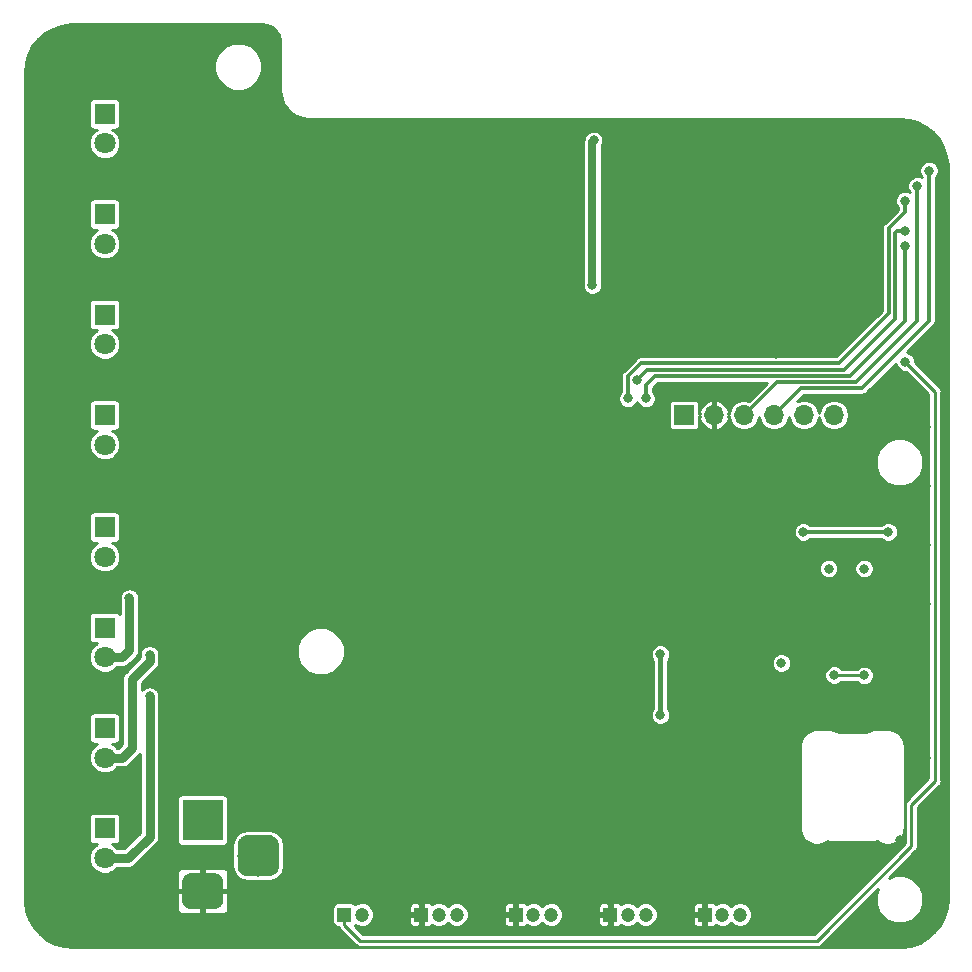
<source format=gbr>
G04 #@! TF.GenerationSoftware,KiCad,Pcbnew,5.0.2-bee76a0~70~ubuntu18.04.1*
G04 #@! TF.CreationDate,2019-07-19T10:20:09+02:00*
G04 #@! TF.ProjectId,Plant_monitoring_device,506c616e-745f-46d6-9f6e-69746f72696e,rev?*
G04 #@! TF.SameCoordinates,Original*
G04 #@! TF.FileFunction,Copper,L2,Bot*
G04 #@! TF.FilePolarity,Positive*
%FSLAX46Y46*%
G04 Gerber Fmt 4.6, Leading zero omitted, Abs format (unit mm)*
G04 Created by KiCad (PCBNEW 5.0.2-bee76a0~70~ubuntu18.04.1) date Fri 19 Jul 2019 10:20:09 CEST*
%MOMM*%
%LPD*%
G01*
G04 APERTURE LIST*
G04 #@! TA.AperFunction,ComponentPad*
%ADD10R,1.200000X1.200000*%
G04 #@! TD*
G04 #@! TA.AperFunction,ComponentPad*
%ADD11C,1.200000*%
G04 #@! TD*
G04 #@! TA.AperFunction,ComponentPad*
%ADD12C,1.800000*%
G04 #@! TD*
G04 #@! TA.AperFunction,ComponentPad*
%ADD13R,1.800000X1.800000*%
G04 #@! TD*
G04 #@! TA.AperFunction,ComponentPad*
%ADD14R,1.700000X1.700000*%
G04 #@! TD*
G04 #@! TA.AperFunction,ComponentPad*
%ADD15O,1.700000X1.700000*%
G04 #@! TD*
G04 #@! TA.AperFunction,Conductor*
%ADD16C,0.100000*%
G04 #@! TD*
G04 #@! TA.AperFunction,ComponentPad*
%ADD17C,3.500000*%
G04 #@! TD*
G04 #@! TA.AperFunction,ComponentPad*
%ADD18C,3.000000*%
G04 #@! TD*
G04 #@! TA.AperFunction,ComponentPad*
%ADD19R,3.500000X3.500000*%
G04 #@! TD*
G04 #@! TA.AperFunction,ViaPad*
%ADD20C,0.800000*%
G04 #@! TD*
G04 #@! TA.AperFunction,Conductor*
%ADD21C,0.250000*%
G04 #@! TD*
G04 #@! TA.AperFunction,Conductor*
%ADD22C,0.800000*%
G04 #@! TD*
G04 #@! TA.AperFunction,Conductor*
%ADD23C,0.300000*%
G04 #@! TD*
G04 #@! TA.AperFunction,Conductor*
%ADD24C,0.400000*%
G04 #@! TD*
G04 #@! TA.AperFunction,Conductor*
%ADD25C,0.700000*%
G04 #@! TD*
G04 #@! TA.AperFunction,Conductor*
%ADD26C,0.254000*%
G04 #@! TD*
G04 APERTURE END LIST*
D10*
G04 #@! TO.P,J15,1*
G04 #@! TO.N,/WATER_LVL_SW*
X208000000Y-146300000D03*
D11*
G04 #@! TO.P,J15,2*
G04 #@! TO.N,+3V3*
X209500000Y-146300000D03*
G04 #@! TD*
G04 #@! TO.P,J14,3*
G04 #@! TO.N,/ADC_SOIL4*
X241500000Y-146300000D03*
G04 #@! TO.P,J14,2*
G04 #@! TO.N,+3V3*
X240000000Y-146300000D03*
D10*
G04 #@! TO.P,J14,1*
G04 #@! TO.N,GND*
X238500000Y-146300000D03*
G04 #@! TD*
D11*
G04 #@! TO.P,J13,3*
G04 #@! TO.N,/ADC_SOIL3*
X233500000Y-146300000D03*
G04 #@! TO.P,J13,2*
G04 #@! TO.N,+3V3*
X232000000Y-146300000D03*
D10*
G04 #@! TO.P,J13,1*
G04 #@! TO.N,GND*
X230500000Y-146300000D03*
G04 #@! TD*
D11*
G04 #@! TO.P,J12,3*
G04 #@! TO.N,/ADC_SOIL2*
X225500000Y-146300000D03*
G04 #@! TO.P,J12,2*
G04 #@! TO.N,+3V3*
X224000000Y-146300000D03*
D10*
G04 #@! TO.P,J12,1*
G04 #@! TO.N,GND*
X222500000Y-146300000D03*
G04 #@! TD*
D11*
G04 #@! TO.P,J11,3*
G04 #@! TO.N,/ADC_SOIL1*
X217500000Y-146300000D03*
G04 #@! TO.P,J11,2*
G04 #@! TO.N,+3V3*
X216000000Y-146300000D03*
D10*
G04 #@! TO.P,J11,1*
G04 #@! TO.N,GND*
X214500000Y-146300000D03*
G04 #@! TD*
D12*
G04 #@! TO.P,J10,2*
G04 #@! TO.N,Net-(J10-Pad2)*
X187700000Y-106500000D03*
D13*
G04 #@! TO.P,J10,1*
G04 #@! TO.N,+12V*
X187700000Y-104000000D03*
G04 #@! TD*
G04 #@! TO.P,J9,1*
G04 #@! TO.N,+12V*
X187700000Y-95500000D03*
D12*
G04 #@! TO.P,J9,2*
G04 #@! TO.N,Net-(J9-Pad2)*
X187700000Y-98000000D03*
G04 #@! TD*
G04 #@! TO.P,J8,2*
G04 #@! TO.N,Net-(J8-Pad2)*
X187700000Y-89500000D03*
D13*
G04 #@! TO.P,J8,1*
G04 #@! TO.N,+12V*
X187700000Y-87000000D03*
G04 #@! TD*
G04 #@! TO.P,J7,1*
G04 #@! TO.N,+12V*
X187700000Y-78500000D03*
D12*
G04 #@! TO.P,J7,2*
G04 #@! TO.N,Net-(J7-Pad2)*
X187700000Y-81000000D03*
G04 #@! TD*
G04 #@! TO.P,J6,2*
G04 #@! TO.N,Net-(J6-Pad2)*
X187700000Y-141500000D03*
D13*
G04 #@! TO.P,J6,1*
G04 #@! TO.N,+12V*
X187700000Y-139000000D03*
G04 #@! TD*
G04 #@! TO.P,J5,1*
G04 #@! TO.N,+12V*
X187700000Y-130500000D03*
D12*
G04 #@! TO.P,J5,2*
G04 #@! TO.N,Net-(J5-Pad2)*
X187700000Y-133000000D03*
G04 #@! TD*
G04 #@! TO.P,J4,2*
G04 #@! TO.N,Net-(J4-Pad2)*
X187700000Y-124500000D03*
D13*
G04 #@! TO.P,J4,1*
G04 #@! TO.N,+12V*
X187700000Y-122000000D03*
G04 #@! TD*
G04 #@! TO.P,J3,1*
G04 #@! TO.N,+12V*
X187700000Y-113500000D03*
D12*
G04 #@! TO.P,J3,2*
G04 #@! TO.N,Net-(J3-Pad2)*
X187700000Y-116000000D03*
G04 #@! TD*
D14*
G04 #@! TO.P,J2,1*
G04 #@! TO.N,+3V3*
X236750000Y-104000000D03*
D15*
G04 #@! TO.P,J2,2*
G04 #@! TO.N,GND*
X239290000Y-104000000D03*
G04 #@! TO.P,J2,3*
G04 #@! TO.N,/UART_RX*
X241830000Y-104000000D03*
G04 #@! TO.P,J2,4*
G04 #@! TO.N,/UART_TX*
X244370000Y-104000000D03*
G04 #@! TO.P,J2,5*
G04 #@! TO.N,/IO0*
X246910000Y-104000000D03*
G04 #@! TO.P,J2,6*
G04 #@! TO.N,/EN*
X249450000Y-104000000D03*
G04 #@! TD*
D16*
G04 #@! TO.N,N/C*
G04 #@! TO.C,J1*
G36*
X201660765Y-139554213D02*
X201745704Y-139566813D01*
X201828999Y-139587677D01*
X201909848Y-139616605D01*
X201987472Y-139653319D01*
X202061124Y-139697464D01*
X202130094Y-139748616D01*
X202193718Y-139806282D01*
X202251384Y-139869906D01*
X202302536Y-139938876D01*
X202346681Y-140012528D01*
X202383395Y-140090152D01*
X202412323Y-140171001D01*
X202433187Y-140254296D01*
X202445787Y-140339235D01*
X202450000Y-140425000D01*
X202450000Y-142175000D01*
X202445787Y-142260765D01*
X202433187Y-142345704D01*
X202412323Y-142428999D01*
X202383395Y-142509848D01*
X202346681Y-142587472D01*
X202302536Y-142661124D01*
X202251384Y-142730094D01*
X202193718Y-142793718D01*
X202130094Y-142851384D01*
X202061124Y-142902536D01*
X201987472Y-142946681D01*
X201909848Y-142983395D01*
X201828999Y-143012323D01*
X201745704Y-143033187D01*
X201660765Y-143045787D01*
X201575000Y-143050000D01*
X199825000Y-143050000D01*
X199739235Y-143045787D01*
X199654296Y-143033187D01*
X199571001Y-143012323D01*
X199490152Y-142983395D01*
X199412528Y-142946681D01*
X199338876Y-142902536D01*
X199269906Y-142851384D01*
X199206282Y-142793718D01*
X199148616Y-142730094D01*
X199097464Y-142661124D01*
X199053319Y-142587472D01*
X199016605Y-142509848D01*
X198987677Y-142428999D01*
X198966813Y-142345704D01*
X198954213Y-142260765D01*
X198950000Y-142175000D01*
X198950000Y-140425000D01*
X198954213Y-140339235D01*
X198966813Y-140254296D01*
X198987677Y-140171001D01*
X199016605Y-140090152D01*
X199053319Y-140012528D01*
X199097464Y-139938876D01*
X199148616Y-139869906D01*
X199206282Y-139806282D01*
X199269906Y-139748616D01*
X199338876Y-139697464D01*
X199412528Y-139653319D01*
X199490152Y-139616605D01*
X199571001Y-139587677D01*
X199654296Y-139566813D01*
X199739235Y-139554213D01*
X199825000Y-139550000D01*
X201575000Y-139550000D01*
X201660765Y-139554213D01*
X201660765Y-139554213D01*
G37*
D17*
G04 #@! TD*
G04 #@! TO.P,J1,3*
G04 #@! TO.N,N/C*
X200700000Y-141300000D03*
D16*
G04 #@! TO.N,GND*
G04 #@! TO.C,J1*
G36*
X197073513Y-142803611D02*
X197146318Y-142814411D01*
X197217714Y-142832295D01*
X197287013Y-142857090D01*
X197353548Y-142888559D01*
X197416678Y-142926398D01*
X197475795Y-142970242D01*
X197530330Y-143019670D01*
X197579758Y-143074205D01*
X197623602Y-143133322D01*
X197661441Y-143196452D01*
X197692910Y-143262987D01*
X197717705Y-143332286D01*
X197735589Y-143403682D01*
X197746389Y-143476487D01*
X197750000Y-143550000D01*
X197750000Y-145050000D01*
X197746389Y-145123513D01*
X197735589Y-145196318D01*
X197717705Y-145267714D01*
X197692910Y-145337013D01*
X197661441Y-145403548D01*
X197623602Y-145466678D01*
X197579758Y-145525795D01*
X197530330Y-145580330D01*
X197475795Y-145629758D01*
X197416678Y-145673602D01*
X197353548Y-145711441D01*
X197287013Y-145742910D01*
X197217714Y-145767705D01*
X197146318Y-145785589D01*
X197073513Y-145796389D01*
X197000000Y-145800000D01*
X195000000Y-145800000D01*
X194926487Y-145796389D01*
X194853682Y-145785589D01*
X194782286Y-145767705D01*
X194712987Y-145742910D01*
X194646452Y-145711441D01*
X194583322Y-145673602D01*
X194524205Y-145629758D01*
X194469670Y-145580330D01*
X194420242Y-145525795D01*
X194376398Y-145466678D01*
X194338559Y-145403548D01*
X194307090Y-145337013D01*
X194282295Y-145267714D01*
X194264411Y-145196318D01*
X194253611Y-145123513D01*
X194250000Y-145050000D01*
X194250000Y-143550000D01*
X194253611Y-143476487D01*
X194264411Y-143403682D01*
X194282295Y-143332286D01*
X194307090Y-143262987D01*
X194338559Y-143196452D01*
X194376398Y-143133322D01*
X194420242Y-143074205D01*
X194469670Y-143019670D01*
X194524205Y-142970242D01*
X194583322Y-142926398D01*
X194646452Y-142888559D01*
X194712987Y-142857090D01*
X194782286Y-142832295D01*
X194853682Y-142814411D01*
X194926487Y-142803611D01*
X195000000Y-142800000D01*
X197000000Y-142800000D01*
X197073513Y-142803611D01*
X197073513Y-142803611D01*
G37*
D18*
G04 #@! TD*
G04 #@! TO.P,J1,2*
G04 #@! TO.N,GND*
X196000000Y-144300000D03*
D19*
G04 #@! TO.P,J1,1*
G04 #@! TO.N,Net-(D1-Pad2)*
X196000000Y-138300000D03*
G04 #@! TD*
D20*
G04 #@! TO.N,*
X245000000Y-125000000D03*
X252000000Y-117000000D03*
X249000000Y-117000000D03*
G04 #@! TO.N,GND*
X211449986Y-131000000D03*
X211500000Y-133250000D03*
X245000000Y-110000000D03*
X240000000Y-120000000D03*
X240000000Y-110000000D03*
X235000000Y-120000000D03*
X210000000Y-125000000D03*
X225000000Y-120000000D03*
X225000000Y-100000000D03*
X215000000Y-110000000D03*
X205000000Y-110000000D03*
X205000000Y-120000000D03*
X215000000Y-120000000D03*
X215000000Y-100000000D03*
X205000000Y-100000000D03*
X205000000Y-85000000D03*
X215000000Y-85000000D03*
X225000000Y-85000000D03*
X200000000Y-80000000D03*
X193000000Y-77500000D03*
X193000000Y-83500000D03*
X240000000Y-135000000D03*
X245000000Y-135000000D03*
X250750000Y-102750000D03*
X225000000Y-80000000D03*
X215000000Y-80000000D03*
X220000000Y-80000000D03*
X210000000Y-80000000D03*
X205000000Y-80000000D03*
X192500000Y-92500000D03*
X192500000Y-102000000D03*
X192500000Y-109500000D03*
X192500000Y-112500000D03*
X205000000Y-147500000D03*
X257500000Y-147500000D03*
X257500000Y-138000000D03*
X257500000Y-140000000D03*
X257500000Y-142500000D03*
X252500000Y-147500000D03*
X205000000Y-92500000D03*
X210000000Y-92500000D03*
X215000000Y-92500000D03*
X220000000Y-92500000D03*
X225000000Y-92500000D03*
X210000000Y-85000000D03*
X220000000Y-85000000D03*
X249000000Y-110000000D03*
X215000000Y-125000000D03*
X227500000Y-127500000D03*
X227500000Y-142500000D03*
X233000000Y-128500000D03*
X252245010Y-110000000D03*
X231500000Y-84600000D03*
X195500000Y-110500000D03*
X229000000Y-101000000D03*
X203500000Y-135500000D03*
X203500000Y-140500000D03*
X203500000Y-145500000D03*
X203500000Y-133000000D03*
X235000000Y-110000000D03*
X229000000Y-106500000D03*
X232500000Y-112000000D03*
X255000000Y-140000000D03*
X229000000Y-140500000D03*
X249000000Y-142000000D03*
X251500000Y-142000000D03*
X251500000Y-143000000D03*
X246500000Y-147500000D03*
X245000000Y-146000000D03*
X248000000Y-143000000D03*
X249500000Y-144500000D03*
X222800000Y-135400000D03*
X222200000Y-143600000D03*
X220000000Y-135400000D03*
X240000000Y-125000000D03*
X245000000Y-128000000D03*
X240000000Y-128000000D03*
X249000000Y-123000000D03*
X252000000Y-123000000D03*
X239000000Y-101600000D03*
X242700000Y-101600000D03*
X244500000Y-98800000D03*
X257274990Y-105000000D03*
X257274990Y-110000000D03*
X257274990Y-120000000D03*
X257274990Y-133000000D03*
X257274990Y-115000000D03*
X232000000Y-136000000D03*
X235500000Y-140500000D03*
X235500000Y-143500000D03*
X231500000Y-143500000D03*
X231500000Y-140500000D03*
X243000000Y-142500000D03*
X224000000Y-140500000D03*
X220500000Y-140500000D03*
X198500000Y-114500000D03*
X198400000Y-118000000D03*
X198500000Y-124900000D03*
X202000000Y-124900000D03*
X202400000Y-122400000D03*
X202300000Y-118000000D03*
X202300000Y-114500000D03*
X198000000Y-102000000D03*
X203000000Y-102000000D03*
X203000000Y-109000000D03*
X198000000Y-109000000D03*
X197000000Y-94000000D03*
X203000000Y-94000000D03*
X199000000Y-122000000D03*
X239000000Y-143000000D03*
X241000000Y-141000000D03*
X238000000Y-138000000D03*
X199000000Y-85000000D03*
X201000000Y-83000000D03*
X199000000Y-89000000D03*
X227500000Y-132500000D03*
X227500000Y-136500000D03*
X220000000Y-105000000D03*
X193000000Y-72000000D03*
X233900000Y-79400000D03*
X256000000Y-81000000D03*
X222000000Y-133000000D03*
X218250000Y-130500000D03*
X215000000Y-130750000D03*
X230250000Y-120000000D03*
X235000000Y-114000000D03*
X230250000Y-114250000D03*
X225000000Y-114250000D03*
X219500000Y-114250000D03*
X219500000Y-120000000D03*
X219500000Y-125000000D03*
X222750000Y-123250000D03*
X254750000Y-127500000D03*
X254500000Y-120000000D03*
X208500000Y-141250000D03*
X214500000Y-141250000D03*
X217500000Y-141250000D03*
X254500000Y-100750000D03*
X254500000Y-104500000D03*
X258500000Y-85000000D03*
X258500000Y-94500000D03*
X258500000Y-100500000D03*
X237000000Y-97500000D03*
X231000000Y-97500000D03*
X235000000Y-102000000D03*
G04 #@! TO.N,/I2C_SDA*
X252000000Y-126050000D03*
X249466844Y-126029433D03*
G04 #@! TO.N,Net-(J5-Pad2)*
X191500000Y-124300000D03*
G04 #@! TO.N,Net-(J6-Pad2)*
X191500000Y-127800000D03*
G04 #@! TO.N,Net-(J4-Pad2)*
X189800000Y-119500000D03*
G04 #@! TO.N,+3V3*
X246850000Y-113900000D03*
X254050000Y-113900000D03*
X234750000Y-129400022D03*
X234750000Y-124250000D03*
X229000000Y-93000000D03*
X229099960Y-80750000D03*
G04 #@! TO.N,/UART_RX*
X256500000Y-84600000D03*
G04 #@! TO.N,/UART_TX*
X257500012Y-83300000D03*
G04 #@! TO.N,/PWM_LED_B*
X233550010Y-102600000D03*
X255450000Y-89650000D03*
G04 #@! TO.N,/PWM_LED_G*
X232000000Y-102600000D03*
X255450000Y-85850000D03*
G04 #@! TO.N,/PWM_LED_R*
X232800000Y-101000000D03*
X255450000Y-88400000D03*
G04 #@! TO.N,/WATER_LVL_SW*
X255487340Y-99500000D03*
G04 #@! TD*
D21*
G04 #@! TO.N,/I2C_SDA*
X252000000Y-126050000D02*
X249487411Y-126050000D01*
D22*
G04 #@! TO.N,Net-(J5-Pad2)*
X189200000Y-133000000D02*
X187700000Y-133000000D01*
X190000000Y-126365685D02*
X190000000Y-132200000D01*
X191500000Y-124300000D02*
X191500000Y-124865685D01*
X190000000Y-132200000D02*
X189200000Y-133000000D01*
X191500000Y-124865685D02*
X190000000Y-126365685D01*
G04 #@! TO.N,Net-(J6-Pad2)*
X189700000Y-141500000D02*
X187700000Y-141500000D01*
X191500000Y-127800000D02*
X191500000Y-139700000D01*
X191500000Y-139700000D02*
X189700000Y-141500000D01*
G04 #@! TO.N,Net-(J4-Pad2)*
X189200000Y-124500000D02*
X187700000Y-124500000D01*
X189800000Y-119500000D02*
X189800000Y-123900000D01*
X189800000Y-123900000D02*
X189200000Y-124500000D01*
D23*
G04 #@! TO.N,+3V3*
X254050000Y-113900000D02*
X246850000Y-113900000D01*
D24*
X234750000Y-129400022D02*
X234750000Y-124250000D01*
D25*
X229000000Y-93000000D02*
X229000000Y-80849960D01*
X229000000Y-80849960D02*
X229099960Y-80750000D01*
D23*
G04 #@! TO.N,/UART_RX*
X244629989Y-101200011D02*
X251299989Y-101200011D01*
X256500000Y-85165685D02*
X256500000Y-84600000D01*
X256500000Y-96000000D02*
X256500000Y-85165685D01*
X251299989Y-101200011D02*
X256500000Y-96000000D01*
X241830000Y-104000000D02*
X244629989Y-101200011D01*
G04 #@! TO.N,/UART_TX*
X257500012Y-95999988D02*
X257500012Y-83865685D01*
X246669978Y-101700022D02*
X251799978Y-101700022D01*
X244370000Y-104000000D02*
X246669978Y-101700022D01*
X251799978Y-101700022D02*
X257500012Y-95999988D01*
X257500012Y-83865685D02*
X257500012Y-83300000D01*
G04 #@! TO.N,/PWM_LED_B*
X255450000Y-96050000D02*
X250800000Y-100700000D01*
X255450000Y-89650000D02*
X255450000Y-96050000D01*
X250800000Y-100700000D02*
X234300000Y-100700000D01*
X233550010Y-101449990D02*
X233550010Y-102600000D01*
X234300000Y-100700000D02*
X233550010Y-101449990D01*
G04 #@! TO.N,/PWM_LED_G*
X232000000Y-100700000D02*
X232000000Y-102600000D01*
X255450000Y-86850000D02*
X254100000Y-88200000D01*
X255450000Y-85850000D02*
X255450000Y-86850000D01*
X254100000Y-88200000D02*
X254100000Y-95400000D01*
X233100000Y-99600000D02*
X232000000Y-100700000D01*
X254100000Y-95400000D02*
X249900000Y-99600000D01*
X249900000Y-99600000D02*
X233100000Y-99600000D01*
G04 #@! TO.N,/PWM_LED_R*
X250300000Y-100200000D02*
X254600000Y-95900000D01*
X232800000Y-101000000D02*
X233600000Y-100200000D01*
X254800000Y-88400000D02*
X255450000Y-88400000D01*
X254600000Y-88600000D02*
X254800000Y-88400000D01*
X254600000Y-95900000D02*
X254600000Y-88600000D01*
X233600000Y-100200000D02*
X250300000Y-100200000D01*
D21*
G04 #@! TO.N,/WATER_LVL_SW*
X248000000Y-148500000D02*
X256000000Y-140500000D01*
X209350000Y-148500000D02*
X248000000Y-148500000D01*
X256000000Y-140500000D02*
X256000000Y-137000000D01*
X256000000Y-137000000D02*
X258000000Y-135000000D01*
X258000000Y-135000000D02*
X258000000Y-102012660D01*
X258000000Y-102012660D02*
X255887339Y-99899999D01*
X255887339Y-99899999D02*
X255487340Y-99500000D01*
X208000000Y-147150000D02*
X209350000Y-148500000D01*
X208000000Y-146300000D02*
X208000000Y-147150000D01*
G04 #@! TD*
D26*
G04 #@! TO.N,GND*
G36*
X201440122Y-70994891D02*
X201844867Y-71178918D01*
X202181692Y-71469145D01*
X202423521Y-71842242D01*
X202555150Y-72282377D01*
X202572501Y-72515869D01*
X202572500Y-76542103D01*
X202575614Y-76557757D01*
X202595644Y-76827300D01*
X202605007Y-76869889D01*
X202610926Y-76913095D01*
X202612392Y-76918108D01*
X202774869Y-77461393D01*
X202799202Y-77514055D01*
X202822896Y-77567024D01*
X202825710Y-77571424D01*
X203134138Y-78047270D01*
X203172283Y-78090996D01*
X203209882Y-78135175D01*
X203213818Y-78138609D01*
X203643403Y-78508764D01*
X203692324Y-78540050D01*
X203740775Y-78571877D01*
X203745516Y-78574068D01*
X204261725Y-78808774D01*
X204317431Y-78825063D01*
X204372897Y-78842021D01*
X204378061Y-78842793D01*
X204378063Y-78842793D01*
X204927940Y-78921541D01*
X204957896Y-78927500D01*
X254979657Y-78927500D01*
X255769721Y-79002879D01*
X256511674Y-79220544D01*
X257199082Y-79574582D01*
X257807136Y-80052216D01*
X258313907Y-80636217D01*
X258701099Y-81305505D01*
X258954747Y-82035934D01*
X259067881Y-82816202D01*
X259072501Y-83005247D01*
X259072500Y-144979657D01*
X258997121Y-145769721D01*
X258779456Y-146511674D01*
X258425419Y-147199080D01*
X257947785Y-147807137D01*
X257363783Y-148313906D01*
X256694495Y-148701099D01*
X255964066Y-148954747D01*
X255183798Y-149067881D01*
X254994794Y-149072500D01*
X185020343Y-149072500D01*
X184230279Y-148997121D01*
X183488326Y-148779456D01*
X182800920Y-148425419D01*
X182192863Y-147947785D01*
X181686094Y-147363783D01*
X181298901Y-146694495D01*
X181045253Y-145964066D01*
X180932119Y-145183798D01*
X180927500Y-144994794D01*
X180927500Y-144529750D01*
X193823000Y-144529750D01*
X193823000Y-145884935D01*
X193888007Y-146041876D01*
X194008124Y-146161993D01*
X194165064Y-146227000D01*
X195770250Y-146227000D01*
X195877000Y-146120250D01*
X195877000Y-144423000D01*
X196123000Y-144423000D01*
X196123000Y-146120250D01*
X196229750Y-146227000D01*
X197834936Y-146227000D01*
X197991876Y-146161993D01*
X198111993Y-146041876D01*
X198177000Y-145884935D01*
X198177000Y-145700000D01*
X206964635Y-145700000D01*
X206964635Y-146900000D01*
X206997775Y-147066607D01*
X207092150Y-147207850D01*
X207233393Y-147302225D01*
X207400000Y-147335365D01*
X207474058Y-147335365D01*
X207480028Y-147365379D01*
X207502553Y-147399090D01*
X207602031Y-147547970D01*
X207648121Y-147578766D01*
X208921233Y-148851879D01*
X208952030Y-148897970D01*
X209122993Y-149012203D01*
X209134620Y-149019972D01*
X209349999Y-149062814D01*
X209404364Y-149052000D01*
X247945635Y-149052000D01*
X248000000Y-149062814D01*
X248054365Y-149052000D01*
X248215380Y-149019972D01*
X248397970Y-148897970D01*
X248428768Y-148851877D01*
X253177467Y-144103178D01*
X252973000Y-144596805D01*
X252973000Y-145403195D01*
X253281593Y-146148203D01*
X253851797Y-146718407D01*
X254596805Y-147027000D01*
X255403195Y-147027000D01*
X256148203Y-146718407D01*
X256718407Y-146148203D01*
X257027000Y-145403195D01*
X257027000Y-144596805D01*
X256718407Y-143851797D01*
X256148203Y-143281593D01*
X255403195Y-142973000D01*
X254596805Y-142973000D01*
X254103179Y-143177467D01*
X256351880Y-140928766D01*
X256397970Y-140897970D01*
X256519972Y-140715380D01*
X256552000Y-140554365D01*
X256552000Y-140554364D01*
X256562814Y-140500001D01*
X256552000Y-140445636D01*
X256552000Y-137228645D01*
X258351880Y-135428766D01*
X258397970Y-135397970D01*
X258519972Y-135215380D01*
X258552000Y-135054365D01*
X258552000Y-135054364D01*
X258562814Y-135000001D01*
X258552000Y-134945636D01*
X258552000Y-102067025D01*
X258562814Y-102012660D01*
X258519972Y-101797281D01*
X258519972Y-101797280D01*
X258397970Y-101614690D01*
X258351876Y-101583891D01*
X256316105Y-99548120D01*
X256316103Y-99548117D01*
X256314340Y-99546354D01*
X256314340Y-99335499D01*
X256188437Y-99031542D01*
X255955798Y-98798903D01*
X255651841Y-98673000D01*
X255643001Y-98673000D01*
X257867827Y-96448174D01*
X257916006Y-96415982D01*
X258043534Y-96225122D01*
X258077012Y-96056817D01*
X258077012Y-96056816D01*
X258088316Y-95999989D01*
X258077012Y-95943161D01*
X258077012Y-83892555D01*
X258201109Y-83768458D01*
X258327012Y-83464501D01*
X258327012Y-83135499D01*
X258201109Y-82831542D01*
X257968470Y-82598903D01*
X257664513Y-82473000D01*
X257335511Y-82473000D01*
X257031554Y-82598903D01*
X256798915Y-82831542D01*
X256673012Y-83135499D01*
X256673012Y-83464501D01*
X256798915Y-83768458D01*
X256901714Y-83871257D01*
X256664501Y-83773000D01*
X256335499Y-83773000D01*
X256031542Y-83898903D01*
X255798903Y-84131542D01*
X255673000Y-84435499D01*
X255673000Y-84764501D01*
X255798903Y-85068458D01*
X255851693Y-85121248D01*
X255614501Y-85023000D01*
X255285499Y-85023000D01*
X254981542Y-85148903D01*
X254748903Y-85381542D01*
X254623000Y-85685499D01*
X254623000Y-86014501D01*
X254748903Y-86318458D01*
X254873001Y-86442556D01*
X254873001Y-86610998D01*
X253732188Y-87751812D01*
X253684006Y-87784006D01*
X253556478Y-87974867D01*
X253540245Y-88056478D01*
X253511696Y-88200000D01*
X253523000Y-88256828D01*
X253523001Y-95160998D01*
X249661000Y-99023000D01*
X233156828Y-99023000D01*
X233100000Y-99011696D01*
X233043172Y-99023000D01*
X233043171Y-99023000D01*
X232874866Y-99056478D01*
X232684006Y-99184006D01*
X232651815Y-99232184D01*
X231632188Y-100251812D01*
X231584006Y-100284006D01*
X231456478Y-100474867D01*
X231445205Y-100531542D01*
X231411696Y-100700000D01*
X231423000Y-100756828D01*
X231423001Y-102007444D01*
X231298903Y-102131542D01*
X231173000Y-102435499D01*
X231173000Y-102764501D01*
X231298903Y-103068458D01*
X231531542Y-103301097D01*
X231835499Y-103427000D01*
X232164501Y-103427000D01*
X232468458Y-103301097D01*
X232701097Y-103068458D01*
X232775005Y-102890028D01*
X232848913Y-103068458D01*
X233081552Y-103301097D01*
X233385509Y-103427000D01*
X233714511Y-103427000D01*
X234018468Y-103301097D01*
X234169565Y-103150000D01*
X235464635Y-103150000D01*
X235464635Y-104850000D01*
X235497775Y-105016607D01*
X235592150Y-105157850D01*
X235733393Y-105252225D01*
X235900000Y-105285365D01*
X237600000Y-105285365D01*
X237766607Y-105252225D01*
X237907850Y-105157850D01*
X238002225Y-105016607D01*
X238035365Y-104850000D01*
X238035365Y-104123002D01*
X238125676Y-104123002D01*
X238053817Y-104320325D01*
X238270499Y-104769008D01*
X238642391Y-105100617D01*
X238969676Y-105236173D01*
X239167000Y-105163768D01*
X239167000Y-104123000D01*
X239147000Y-104123000D01*
X239147000Y-103877000D01*
X239167000Y-103877000D01*
X239167000Y-102836232D01*
X238969676Y-102763827D01*
X238642391Y-102899383D01*
X238270499Y-103230992D01*
X238053817Y-103679675D01*
X238125676Y-103876998D01*
X238035365Y-103876998D01*
X238035365Y-103150000D01*
X238002225Y-102983393D01*
X237907850Y-102842150D01*
X237766607Y-102747775D01*
X237600000Y-102714635D01*
X235900000Y-102714635D01*
X235733393Y-102747775D01*
X235592150Y-102842150D01*
X235497775Y-102983393D01*
X235464635Y-103150000D01*
X234169565Y-103150000D01*
X234251107Y-103068458D01*
X234377010Y-102764501D01*
X234377010Y-102435499D01*
X234251107Y-102131542D01*
X234127010Y-102007445D01*
X234127010Y-101688990D01*
X234539001Y-101277000D01*
X243736999Y-101277000D01*
X242235381Y-102778618D01*
X241955769Y-102723000D01*
X241704231Y-102723000D01*
X241331740Y-102797093D01*
X240909335Y-103079335D01*
X240627093Y-103501740D01*
X240552450Y-103876998D01*
X240454324Y-103876998D01*
X240526183Y-103679675D01*
X240309501Y-103230992D01*
X239937609Y-102899383D01*
X239610324Y-102763827D01*
X239413000Y-102836232D01*
X239413000Y-103877000D01*
X239433000Y-103877000D01*
X239433000Y-104123000D01*
X239413000Y-104123000D01*
X239413000Y-105163768D01*
X239610324Y-105236173D01*
X239937609Y-105100617D01*
X240309501Y-104769008D01*
X240526183Y-104320325D01*
X240454324Y-104123002D01*
X240552450Y-104123002D01*
X240627093Y-104498260D01*
X240909335Y-104920665D01*
X241331740Y-105202907D01*
X241704231Y-105277000D01*
X241955769Y-105277000D01*
X242328260Y-105202907D01*
X242750665Y-104920665D01*
X243032907Y-104498260D01*
X243100000Y-104160960D01*
X243167093Y-104498260D01*
X243449335Y-104920665D01*
X243871740Y-105202907D01*
X244244231Y-105277000D01*
X244495769Y-105277000D01*
X244868260Y-105202907D01*
X245290665Y-104920665D01*
X245572907Y-104498260D01*
X245640000Y-104160960D01*
X245707093Y-104498260D01*
X245989335Y-104920665D01*
X246411740Y-105202907D01*
X246784231Y-105277000D01*
X247035769Y-105277000D01*
X247408260Y-105202907D01*
X247830665Y-104920665D01*
X248112907Y-104498260D01*
X248180000Y-104160960D01*
X248247093Y-104498260D01*
X248529335Y-104920665D01*
X248951740Y-105202907D01*
X249324231Y-105277000D01*
X249575769Y-105277000D01*
X249948260Y-105202907D01*
X250370665Y-104920665D01*
X250652907Y-104498260D01*
X250752017Y-104000000D01*
X250652907Y-103501740D01*
X250370665Y-103079335D01*
X249948260Y-102797093D01*
X249575769Y-102723000D01*
X249324231Y-102723000D01*
X248951740Y-102797093D01*
X248529335Y-103079335D01*
X248247093Y-103501740D01*
X248180000Y-103839040D01*
X248112907Y-103501740D01*
X247830665Y-103079335D01*
X247408260Y-102797093D01*
X247035769Y-102723000D01*
X246784231Y-102723000D01*
X246411740Y-102797093D01*
X246342931Y-102843070D01*
X246908979Y-102277022D01*
X251743150Y-102277022D01*
X251799978Y-102288326D01*
X251856806Y-102277022D01*
X251856807Y-102277022D01*
X252025112Y-102243544D01*
X252215972Y-102116016D01*
X252248166Y-102067834D01*
X254660340Y-99655660D01*
X254660340Y-99664501D01*
X254786243Y-99968458D01*
X255018882Y-100201097D01*
X255322839Y-100327000D01*
X255533694Y-100327000D01*
X255535457Y-100328763D01*
X255535460Y-100328765D01*
X257448001Y-102241306D01*
X257448000Y-134771354D01*
X255648121Y-136571234D01*
X255602031Y-136602030D01*
X255571236Y-136648119D01*
X255480028Y-136784621D01*
X255437186Y-137000000D01*
X255448001Y-137054370D01*
X255448000Y-140271354D01*
X247771355Y-147948000D01*
X209578646Y-147948000D01*
X208866275Y-147235629D01*
X208907850Y-147207850D01*
X208929574Y-147175338D01*
X209295717Y-147327000D01*
X209704283Y-147327000D01*
X210081749Y-147170648D01*
X210370648Y-146881749D01*
X210516451Y-146529750D01*
X213473000Y-146529750D01*
X213473000Y-146984936D01*
X213538007Y-147141876D01*
X213658124Y-147261993D01*
X213815065Y-147327000D01*
X214270250Y-147327000D01*
X214377000Y-147220250D01*
X214377000Y-146423000D01*
X213579750Y-146423000D01*
X213473000Y-146529750D01*
X210516451Y-146529750D01*
X210527000Y-146504283D01*
X210527000Y-146095717D01*
X210370648Y-145718251D01*
X210267461Y-145615064D01*
X213473000Y-145615064D01*
X213473000Y-146070250D01*
X213579750Y-146177000D01*
X214377000Y-146177000D01*
X214377000Y-145379750D01*
X214623000Y-145379750D01*
X214623000Y-146177000D01*
X214643000Y-146177000D01*
X214643000Y-146423000D01*
X214623000Y-146423000D01*
X214623000Y-147220250D01*
X214729750Y-147327000D01*
X215184935Y-147327000D01*
X215341876Y-147261993D01*
X215428836Y-147175033D01*
X215795717Y-147327000D01*
X216204283Y-147327000D01*
X216581749Y-147170648D01*
X216750000Y-147002397D01*
X216918251Y-147170648D01*
X217295717Y-147327000D01*
X217704283Y-147327000D01*
X218081749Y-147170648D01*
X218370648Y-146881749D01*
X218516451Y-146529750D01*
X221473000Y-146529750D01*
X221473000Y-146984936D01*
X221538007Y-147141876D01*
X221658124Y-147261993D01*
X221815065Y-147327000D01*
X222270250Y-147327000D01*
X222377000Y-147220250D01*
X222377000Y-146423000D01*
X221579750Y-146423000D01*
X221473000Y-146529750D01*
X218516451Y-146529750D01*
X218527000Y-146504283D01*
X218527000Y-146095717D01*
X218370648Y-145718251D01*
X218267461Y-145615064D01*
X221473000Y-145615064D01*
X221473000Y-146070250D01*
X221579750Y-146177000D01*
X222377000Y-146177000D01*
X222377000Y-145379750D01*
X222623000Y-145379750D01*
X222623000Y-146177000D01*
X222643000Y-146177000D01*
X222643000Y-146423000D01*
X222623000Y-146423000D01*
X222623000Y-147220250D01*
X222729750Y-147327000D01*
X223184935Y-147327000D01*
X223341876Y-147261993D01*
X223428836Y-147175033D01*
X223795717Y-147327000D01*
X224204283Y-147327000D01*
X224581749Y-147170648D01*
X224750000Y-147002397D01*
X224918251Y-147170648D01*
X225295717Y-147327000D01*
X225704283Y-147327000D01*
X226081749Y-147170648D01*
X226370648Y-146881749D01*
X226516451Y-146529750D01*
X229473000Y-146529750D01*
X229473000Y-146984936D01*
X229538007Y-147141876D01*
X229658124Y-147261993D01*
X229815065Y-147327000D01*
X230270250Y-147327000D01*
X230377000Y-147220250D01*
X230377000Y-146423000D01*
X229579750Y-146423000D01*
X229473000Y-146529750D01*
X226516451Y-146529750D01*
X226527000Y-146504283D01*
X226527000Y-146095717D01*
X226370648Y-145718251D01*
X226267461Y-145615064D01*
X229473000Y-145615064D01*
X229473000Y-146070250D01*
X229579750Y-146177000D01*
X230377000Y-146177000D01*
X230377000Y-145379750D01*
X230623000Y-145379750D01*
X230623000Y-146177000D01*
X230643000Y-146177000D01*
X230643000Y-146423000D01*
X230623000Y-146423000D01*
X230623000Y-147220250D01*
X230729750Y-147327000D01*
X231184935Y-147327000D01*
X231341876Y-147261993D01*
X231428836Y-147175033D01*
X231795717Y-147327000D01*
X232204283Y-147327000D01*
X232581749Y-147170648D01*
X232750000Y-147002397D01*
X232918251Y-147170648D01*
X233295717Y-147327000D01*
X233704283Y-147327000D01*
X234081749Y-147170648D01*
X234370648Y-146881749D01*
X234516451Y-146529750D01*
X237473000Y-146529750D01*
X237473000Y-146984936D01*
X237538007Y-147141876D01*
X237658124Y-147261993D01*
X237815065Y-147327000D01*
X238270250Y-147327000D01*
X238377000Y-147220250D01*
X238377000Y-146423000D01*
X237579750Y-146423000D01*
X237473000Y-146529750D01*
X234516451Y-146529750D01*
X234527000Y-146504283D01*
X234527000Y-146095717D01*
X234370648Y-145718251D01*
X234267461Y-145615064D01*
X237473000Y-145615064D01*
X237473000Y-146070250D01*
X237579750Y-146177000D01*
X238377000Y-146177000D01*
X238377000Y-145379750D01*
X238623000Y-145379750D01*
X238623000Y-146177000D01*
X238643000Y-146177000D01*
X238643000Y-146423000D01*
X238623000Y-146423000D01*
X238623000Y-147220250D01*
X238729750Y-147327000D01*
X239184935Y-147327000D01*
X239341876Y-147261993D01*
X239428836Y-147175033D01*
X239795717Y-147327000D01*
X240204283Y-147327000D01*
X240581749Y-147170648D01*
X240750000Y-147002397D01*
X240918251Y-147170648D01*
X241295717Y-147327000D01*
X241704283Y-147327000D01*
X242081749Y-147170648D01*
X242370648Y-146881749D01*
X242527000Y-146504283D01*
X242527000Y-146095717D01*
X242370648Y-145718251D01*
X242081749Y-145429352D01*
X241704283Y-145273000D01*
X241295717Y-145273000D01*
X240918251Y-145429352D01*
X240750000Y-145597603D01*
X240581749Y-145429352D01*
X240204283Y-145273000D01*
X239795717Y-145273000D01*
X239428836Y-145424967D01*
X239341876Y-145338007D01*
X239184935Y-145273000D01*
X238729750Y-145273000D01*
X238623000Y-145379750D01*
X238377000Y-145379750D01*
X238270250Y-145273000D01*
X237815065Y-145273000D01*
X237658124Y-145338007D01*
X237538007Y-145458124D01*
X237473000Y-145615064D01*
X234267461Y-145615064D01*
X234081749Y-145429352D01*
X233704283Y-145273000D01*
X233295717Y-145273000D01*
X232918251Y-145429352D01*
X232750000Y-145597603D01*
X232581749Y-145429352D01*
X232204283Y-145273000D01*
X231795717Y-145273000D01*
X231428836Y-145424967D01*
X231341876Y-145338007D01*
X231184935Y-145273000D01*
X230729750Y-145273000D01*
X230623000Y-145379750D01*
X230377000Y-145379750D01*
X230270250Y-145273000D01*
X229815065Y-145273000D01*
X229658124Y-145338007D01*
X229538007Y-145458124D01*
X229473000Y-145615064D01*
X226267461Y-145615064D01*
X226081749Y-145429352D01*
X225704283Y-145273000D01*
X225295717Y-145273000D01*
X224918251Y-145429352D01*
X224750000Y-145597603D01*
X224581749Y-145429352D01*
X224204283Y-145273000D01*
X223795717Y-145273000D01*
X223428836Y-145424967D01*
X223341876Y-145338007D01*
X223184935Y-145273000D01*
X222729750Y-145273000D01*
X222623000Y-145379750D01*
X222377000Y-145379750D01*
X222270250Y-145273000D01*
X221815065Y-145273000D01*
X221658124Y-145338007D01*
X221538007Y-145458124D01*
X221473000Y-145615064D01*
X218267461Y-145615064D01*
X218081749Y-145429352D01*
X217704283Y-145273000D01*
X217295717Y-145273000D01*
X216918251Y-145429352D01*
X216750000Y-145597603D01*
X216581749Y-145429352D01*
X216204283Y-145273000D01*
X215795717Y-145273000D01*
X215428836Y-145424967D01*
X215341876Y-145338007D01*
X215184935Y-145273000D01*
X214729750Y-145273000D01*
X214623000Y-145379750D01*
X214377000Y-145379750D01*
X214270250Y-145273000D01*
X213815065Y-145273000D01*
X213658124Y-145338007D01*
X213538007Y-145458124D01*
X213473000Y-145615064D01*
X210267461Y-145615064D01*
X210081749Y-145429352D01*
X209704283Y-145273000D01*
X209295717Y-145273000D01*
X208929574Y-145424662D01*
X208907850Y-145392150D01*
X208766607Y-145297775D01*
X208600000Y-145264635D01*
X207400000Y-145264635D01*
X207233393Y-145297775D01*
X207092150Y-145392150D01*
X206997775Y-145533393D01*
X206964635Y-145700000D01*
X198177000Y-145700000D01*
X198177000Y-144529750D01*
X198070250Y-144423000D01*
X196123000Y-144423000D01*
X195877000Y-144423000D01*
X193929750Y-144423000D01*
X193823000Y-144529750D01*
X180927500Y-144529750D01*
X180927500Y-129600000D01*
X186364635Y-129600000D01*
X186364635Y-131400000D01*
X186397775Y-131566607D01*
X186492150Y-131707850D01*
X186633393Y-131802225D01*
X186800000Y-131835365D01*
X187044060Y-131835365D01*
X186948315Y-131875024D01*
X186575024Y-132248315D01*
X186373000Y-132736043D01*
X186373000Y-133263957D01*
X186575024Y-133751685D01*
X186948315Y-134124976D01*
X187436043Y-134327000D01*
X187963957Y-134327000D01*
X188451685Y-134124976D01*
X188749661Y-133827000D01*
X189118556Y-133827000D01*
X189200000Y-133843200D01*
X189281444Y-133827000D01*
X189281448Y-133827000D01*
X189522679Y-133779016D01*
X189796233Y-133596233D01*
X189842372Y-133527181D01*
X190527183Y-132842371D01*
X190596233Y-132796233D01*
X190673000Y-132681342D01*
X190673001Y-139357444D01*
X189357447Y-140673000D01*
X188749661Y-140673000D01*
X188451685Y-140375024D01*
X188355940Y-140335365D01*
X188600000Y-140335365D01*
X188766607Y-140302225D01*
X188907850Y-140207850D01*
X189002225Y-140066607D01*
X189035365Y-139900000D01*
X189035365Y-138100000D01*
X189002225Y-137933393D01*
X188907850Y-137792150D01*
X188766607Y-137697775D01*
X188600000Y-137664635D01*
X186800000Y-137664635D01*
X186633393Y-137697775D01*
X186492150Y-137792150D01*
X186397775Y-137933393D01*
X186364635Y-138100000D01*
X186364635Y-139900000D01*
X186397775Y-140066607D01*
X186492150Y-140207850D01*
X186633393Y-140302225D01*
X186800000Y-140335365D01*
X187044060Y-140335365D01*
X186948315Y-140375024D01*
X186575024Y-140748315D01*
X186373000Y-141236043D01*
X186373000Y-141763957D01*
X186575024Y-142251685D01*
X186948315Y-142624976D01*
X187436043Y-142827000D01*
X187963957Y-142827000D01*
X188234191Y-142715065D01*
X193823000Y-142715065D01*
X193823000Y-144070250D01*
X193929750Y-144177000D01*
X195877000Y-144177000D01*
X195877000Y-142479750D01*
X196123000Y-142479750D01*
X196123000Y-144177000D01*
X198070250Y-144177000D01*
X198177000Y-144070250D01*
X198177000Y-142715065D01*
X198111993Y-142558124D01*
X197991876Y-142438007D01*
X197834936Y-142373000D01*
X196229750Y-142373000D01*
X196123000Y-142479750D01*
X195877000Y-142479750D01*
X195770250Y-142373000D01*
X194165064Y-142373000D01*
X194008124Y-142438007D01*
X193888007Y-142558124D01*
X193823000Y-142715065D01*
X188234191Y-142715065D01*
X188451685Y-142624976D01*
X188749661Y-142327000D01*
X189618556Y-142327000D01*
X189700000Y-142343200D01*
X189781444Y-142327000D01*
X189781448Y-142327000D01*
X190022679Y-142279016D01*
X190296233Y-142096233D01*
X190342372Y-142027181D01*
X192027186Y-140342368D01*
X192096233Y-140296233D01*
X192149438Y-140216607D01*
X192249664Y-140066607D01*
X192279016Y-140022679D01*
X192327000Y-139781448D01*
X192327000Y-139781444D01*
X192343200Y-139700001D01*
X192327000Y-139618558D01*
X192327000Y-136550000D01*
X193814635Y-136550000D01*
X193814635Y-140050000D01*
X193847775Y-140216607D01*
X193942150Y-140357850D01*
X194083393Y-140452225D01*
X194250000Y-140485365D01*
X197750000Y-140485365D01*
X197916607Y-140452225D01*
X197957352Y-140425000D01*
X198514635Y-140425000D01*
X198514635Y-142175000D01*
X198614381Y-142676455D01*
X198898432Y-143101568D01*
X199323545Y-143385619D01*
X199825000Y-143485365D01*
X201575000Y-143485365D01*
X202076455Y-143385619D01*
X202501568Y-143101568D01*
X202785619Y-142676455D01*
X202885365Y-142175000D01*
X202885365Y-140425000D01*
X202785619Y-139923545D01*
X202501568Y-139498432D01*
X202076455Y-139214381D01*
X201575000Y-139114635D01*
X199825000Y-139114635D01*
X199323545Y-139214381D01*
X198898432Y-139498432D01*
X198614381Y-139923545D01*
X198514635Y-140425000D01*
X197957352Y-140425000D01*
X198057850Y-140357850D01*
X198152225Y-140216607D01*
X198185365Y-140050000D01*
X198185365Y-136550000D01*
X198152225Y-136383393D01*
X198057850Y-136242150D01*
X197916607Y-136147775D01*
X197750000Y-136114635D01*
X194250000Y-136114635D01*
X194083393Y-136147775D01*
X193942150Y-136242150D01*
X193847775Y-136383393D01*
X193814635Y-136550000D01*
X192327000Y-136550000D01*
X192327000Y-131957897D01*
X246572500Y-131957897D01*
X246572501Y-139042104D01*
X246580714Y-139083393D01*
X246580714Y-139083401D01*
X246656834Y-139466084D01*
X246720666Y-139620189D01*
X246720669Y-139620192D01*
X246937439Y-139944613D01*
X247055386Y-140062560D01*
X247055389Y-140062561D01*
X247379808Y-140279331D01*
X247379811Y-140279334D01*
X247488779Y-140324470D01*
X247533915Y-140343166D01*
X247533916Y-140343166D01*
X247916599Y-140419286D01*
X248083401Y-140419286D01*
X248466084Y-140343166D01*
X248620189Y-140279334D01*
X248620192Y-140279331D01*
X248908236Y-140086867D01*
X248910197Y-140089803D01*
X248951399Y-140117333D01*
X249000000Y-140127000D01*
X253000000Y-140127000D01*
X253048601Y-140117333D01*
X253089803Y-140089803D01*
X253091765Y-140086867D01*
X253379808Y-140279331D01*
X253379811Y-140279334D01*
X253488779Y-140324470D01*
X253533915Y-140343166D01*
X253533916Y-140343166D01*
X253916599Y-140419286D01*
X254083401Y-140419286D01*
X254466084Y-140343166D01*
X254620189Y-140279334D01*
X254620192Y-140279331D01*
X254944613Y-140062561D01*
X255062560Y-139944614D01*
X255062561Y-139944611D01*
X255279331Y-139620192D01*
X255279334Y-139620189D01*
X255329767Y-139498432D01*
X255343166Y-139466085D01*
X255343166Y-139466084D01*
X255419286Y-139083401D01*
X255419286Y-139083399D01*
X255427500Y-139042104D01*
X255427500Y-131957896D01*
X255406998Y-131854824D01*
X255343166Y-131533916D01*
X255341710Y-131530399D01*
X255324470Y-131488779D01*
X255279334Y-131379811D01*
X255279331Y-131379808D01*
X255062560Y-131055387D01*
X255062560Y-131055386D01*
X254944613Y-130937439D01*
X254620192Y-130720669D01*
X254620189Y-130720666D01*
X254466084Y-130656834D01*
X254083401Y-130580714D01*
X254083399Y-130580714D01*
X254042104Y-130572500D01*
X252957896Y-130572500D01*
X252916601Y-130580714D01*
X252916599Y-130580714D01*
X252533916Y-130656834D01*
X252533915Y-130656834D01*
X252488779Y-130675530D01*
X252379811Y-130720666D01*
X252379808Y-130720669D01*
X252151829Y-130873000D01*
X249848173Y-130873000D01*
X249620192Y-130720669D01*
X249620189Y-130720666D01*
X249466084Y-130656834D01*
X249083401Y-130580714D01*
X249083399Y-130580714D01*
X249042104Y-130572500D01*
X247957896Y-130572500D01*
X247916601Y-130580714D01*
X247916599Y-130580714D01*
X247533916Y-130656834D01*
X247533915Y-130656834D01*
X247488779Y-130675530D01*
X247379811Y-130720666D01*
X247379808Y-130720669D01*
X247055389Y-130937439D01*
X247055386Y-130937440D01*
X246937439Y-131055387D01*
X246720669Y-131379808D01*
X246720666Y-131379811D01*
X246656834Y-131533916D01*
X246580714Y-131916599D01*
X246580714Y-131916602D01*
X246572500Y-131957897D01*
X192327000Y-131957897D01*
X192327000Y-127635499D01*
X192295217Y-127558767D01*
X192279016Y-127477321D01*
X192232881Y-127408275D01*
X192201097Y-127331542D01*
X192142368Y-127272813D01*
X192096233Y-127203767D01*
X192027187Y-127157632D01*
X191968458Y-127098903D01*
X191891723Y-127067119D01*
X191822678Y-127020984D01*
X191741233Y-127004784D01*
X191664501Y-126973000D01*
X191581447Y-126973000D01*
X191500000Y-126956799D01*
X191418552Y-126973000D01*
X191335499Y-126973000D01*
X191258767Y-127004783D01*
X191177321Y-127020984D01*
X191108275Y-127067119D01*
X191031542Y-127098903D01*
X190972813Y-127157632D01*
X190903767Y-127203767D01*
X190857632Y-127272813D01*
X190827000Y-127303445D01*
X190827000Y-126708238D01*
X192027186Y-125508054D01*
X192096233Y-125461918D01*
X192279016Y-125188364D01*
X192327000Y-124947133D01*
X192327000Y-124947129D01*
X192343200Y-124865686D01*
X192327000Y-124784243D01*
X192327000Y-124135499D01*
X192295217Y-124058767D01*
X192279016Y-123977321D01*
X192232881Y-123908275D01*
X192201097Y-123831542D01*
X192142368Y-123772813D01*
X192096233Y-123703767D01*
X192027187Y-123657632D01*
X191968458Y-123598903D01*
X191963393Y-123596805D01*
X203973000Y-123596805D01*
X203973000Y-124403195D01*
X204281593Y-125148203D01*
X204851797Y-125718407D01*
X205596805Y-126027000D01*
X206403195Y-126027000D01*
X207148203Y-125718407D01*
X207718407Y-125148203D01*
X208027000Y-124403195D01*
X208027000Y-124085499D01*
X233923000Y-124085499D01*
X233923000Y-124414501D01*
X234048903Y-124718458D01*
X234123001Y-124792556D01*
X234123000Y-128857467D01*
X234048903Y-128931564D01*
X233923000Y-129235521D01*
X233923000Y-129564523D01*
X234048903Y-129868480D01*
X234281542Y-130101119D01*
X234585499Y-130227022D01*
X234914501Y-130227022D01*
X235218458Y-130101119D01*
X235451097Y-129868480D01*
X235577000Y-129564523D01*
X235577000Y-129235521D01*
X235451097Y-128931564D01*
X235377000Y-128857467D01*
X235377000Y-125864932D01*
X248639844Y-125864932D01*
X248639844Y-126193934D01*
X248765747Y-126497891D01*
X248998386Y-126730530D01*
X249302343Y-126856433D01*
X249631345Y-126856433D01*
X249935302Y-126730530D01*
X250063832Y-126602000D01*
X251382445Y-126602000D01*
X251531542Y-126751097D01*
X251835499Y-126877000D01*
X252164501Y-126877000D01*
X252468458Y-126751097D01*
X252701097Y-126518458D01*
X252827000Y-126214501D01*
X252827000Y-125885499D01*
X252701097Y-125581542D01*
X252468458Y-125348903D01*
X252164501Y-125223000D01*
X251835499Y-125223000D01*
X251531542Y-125348903D01*
X251382445Y-125498000D01*
X250104966Y-125498000D01*
X249935302Y-125328336D01*
X249631345Y-125202433D01*
X249302343Y-125202433D01*
X248998386Y-125328336D01*
X248765747Y-125560975D01*
X248639844Y-125864932D01*
X235377000Y-125864932D01*
X235377000Y-124835499D01*
X244173000Y-124835499D01*
X244173000Y-125164501D01*
X244298903Y-125468458D01*
X244531542Y-125701097D01*
X244835499Y-125827000D01*
X245164501Y-125827000D01*
X245468458Y-125701097D01*
X245701097Y-125468458D01*
X245827000Y-125164501D01*
X245827000Y-124835499D01*
X245701097Y-124531542D01*
X245468458Y-124298903D01*
X245164501Y-124173000D01*
X244835499Y-124173000D01*
X244531542Y-124298903D01*
X244298903Y-124531542D01*
X244173000Y-124835499D01*
X235377000Y-124835499D01*
X235377000Y-124792555D01*
X235451097Y-124718458D01*
X235577000Y-124414501D01*
X235577000Y-124085499D01*
X235451097Y-123781542D01*
X235218458Y-123548903D01*
X234914501Y-123423000D01*
X234585499Y-123423000D01*
X234281542Y-123548903D01*
X234048903Y-123781542D01*
X233923000Y-124085499D01*
X208027000Y-124085499D01*
X208027000Y-123596805D01*
X207718407Y-122851797D01*
X207148203Y-122281593D01*
X206403195Y-121973000D01*
X205596805Y-121973000D01*
X204851797Y-122281593D01*
X204281593Y-122851797D01*
X203973000Y-123596805D01*
X191963393Y-123596805D01*
X191891723Y-123567119D01*
X191822678Y-123520984D01*
X191741233Y-123504784D01*
X191664501Y-123473000D01*
X191581447Y-123473000D01*
X191500000Y-123456799D01*
X191418552Y-123473000D01*
X191335499Y-123473000D01*
X191258767Y-123504783D01*
X191177321Y-123520984D01*
X191108275Y-123567119D01*
X191031542Y-123598903D01*
X190972813Y-123657632D01*
X190903767Y-123703767D01*
X190857632Y-123772813D01*
X190798903Y-123831542D01*
X190767119Y-123908277D01*
X190720984Y-123977322D01*
X190704784Y-124058766D01*
X190673000Y-124135499D01*
X190673000Y-124523130D01*
X189472819Y-125723313D01*
X189403767Y-125769452D01*
X189220984Y-126043007D01*
X189173000Y-126284238D01*
X189173000Y-126284241D01*
X189156800Y-126365685D01*
X189173000Y-126447129D01*
X189173001Y-131857445D01*
X188857447Y-132173000D01*
X188749661Y-132173000D01*
X188451685Y-131875024D01*
X188355940Y-131835365D01*
X188600000Y-131835365D01*
X188766607Y-131802225D01*
X188907850Y-131707850D01*
X189002225Y-131566607D01*
X189035365Y-131400000D01*
X189035365Y-129600000D01*
X189002225Y-129433393D01*
X188907850Y-129292150D01*
X188766607Y-129197775D01*
X188600000Y-129164635D01*
X186800000Y-129164635D01*
X186633393Y-129197775D01*
X186492150Y-129292150D01*
X186397775Y-129433393D01*
X186364635Y-129600000D01*
X180927500Y-129600000D01*
X180927500Y-121100000D01*
X186364635Y-121100000D01*
X186364635Y-122900000D01*
X186397775Y-123066607D01*
X186492150Y-123207850D01*
X186633393Y-123302225D01*
X186800000Y-123335365D01*
X187044060Y-123335365D01*
X186948315Y-123375024D01*
X186575024Y-123748315D01*
X186373000Y-124236043D01*
X186373000Y-124763957D01*
X186575024Y-125251685D01*
X186948315Y-125624976D01*
X187436043Y-125827000D01*
X187963957Y-125827000D01*
X188451685Y-125624976D01*
X188749661Y-125327000D01*
X189118556Y-125327000D01*
X189200000Y-125343200D01*
X189281444Y-125327000D01*
X189281448Y-125327000D01*
X189522679Y-125279016D01*
X189796233Y-125096233D01*
X189842372Y-125027181D01*
X190327183Y-124542371D01*
X190396233Y-124496233D01*
X190579016Y-124222679D01*
X190627000Y-123981448D01*
X190627000Y-123981444D01*
X190643200Y-123900001D01*
X190627000Y-123818558D01*
X190627000Y-119335499D01*
X190595217Y-119258767D01*
X190579016Y-119177321D01*
X190532881Y-119108275D01*
X190501097Y-119031542D01*
X190442368Y-118972813D01*
X190396233Y-118903767D01*
X190327187Y-118857632D01*
X190268458Y-118798903D01*
X190191723Y-118767119D01*
X190122678Y-118720984D01*
X190041233Y-118704784D01*
X189964501Y-118673000D01*
X189881447Y-118673000D01*
X189800000Y-118656799D01*
X189718552Y-118673000D01*
X189635499Y-118673000D01*
X189558767Y-118704783D01*
X189477321Y-118720984D01*
X189408275Y-118767119D01*
X189331542Y-118798903D01*
X189272813Y-118857632D01*
X189203767Y-118903767D01*
X189157632Y-118972813D01*
X189098903Y-119031542D01*
X189067119Y-119108277D01*
X189020984Y-119177322D01*
X189004784Y-119258766D01*
X188973000Y-119335499D01*
X188973000Y-120889655D01*
X188907850Y-120792150D01*
X188766607Y-120697775D01*
X188600000Y-120664635D01*
X186800000Y-120664635D01*
X186633393Y-120697775D01*
X186492150Y-120792150D01*
X186397775Y-120933393D01*
X186364635Y-121100000D01*
X180927500Y-121100000D01*
X180927500Y-112600000D01*
X186364635Y-112600000D01*
X186364635Y-114400000D01*
X186397775Y-114566607D01*
X186492150Y-114707850D01*
X186633393Y-114802225D01*
X186800000Y-114835365D01*
X187044060Y-114835365D01*
X186948315Y-114875024D01*
X186575024Y-115248315D01*
X186373000Y-115736043D01*
X186373000Y-116263957D01*
X186575024Y-116751685D01*
X186948315Y-117124976D01*
X187436043Y-117327000D01*
X187963957Y-117327000D01*
X188451685Y-117124976D01*
X188741162Y-116835499D01*
X248173000Y-116835499D01*
X248173000Y-117164501D01*
X248298903Y-117468458D01*
X248531542Y-117701097D01*
X248835499Y-117827000D01*
X249164501Y-117827000D01*
X249468458Y-117701097D01*
X249701097Y-117468458D01*
X249827000Y-117164501D01*
X249827000Y-116835499D01*
X251173000Y-116835499D01*
X251173000Y-117164501D01*
X251298903Y-117468458D01*
X251531542Y-117701097D01*
X251835499Y-117827000D01*
X252164501Y-117827000D01*
X252468458Y-117701097D01*
X252701097Y-117468458D01*
X252827000Y-117164501D01*
X252827000Y-116835499D01*
X252701097Y-116531542D01*
X252468458Y-116298903D01*
X252164501Y-116173000D01*
X251835499Y-116173000D01*
X251531542Y-116298903D01*
X251298903Y-116531542D01*
X251173000Y-116835499D01*
X249827000Y-116835499D01*
X249701097Y-116531542D01*
X249468458Y-116298903D01*
X249164501Y-116173000D01*
X248835499Y-116173000D01*
X248531542Y-116298903D01*
X248298903Y-116531542D01*
X248173000Y-116835499D01*
X188741162Y-116835499D01*
X188824976Y-116751685D01*
X189027000Y-116263957D01*
X189027000Y-115736043D01*
X188824976Y-115248315D01*
X188451685Y-114875024D01*
X188355940Y-114835365D01*
X188600000Y-114835365D01*
X188766607Y-114802225D01*
X188907850Y-114707850D01*
X189002225Y-114566607D01*
X189035365Y-114400000D01*
X189035365Y-113735499D01*
X246023000Y-113735499D01*
X246023000Y-114064501D01*
X246148903Y-114368458D01*
X246381542Y-114601097D01*
X246685499Y-114727000D01*
X247014501Y-114727000D01*
X247318458Y-114601097D01*
X247442555Y-114477000D01*
X253457445Y-114477000D01*
X253581542Y-114601097D01*
X253885499Y-114727000D01*
X254214501Y-114727000D01*
X254518458Y-114601097D01*
X254751097Y-114368458D01*
X254877000Y-114064501D01*
X254877000Y-113735499D01*
X254751097Y-113431542D01*
X254518458Y-113198903D01*
X254214501Y-113073000D01*
X253885499Y-113073000D01*
X253581542Y-113198903D01*
X253457445Y-113323000D01*
X247442555Y-113323000D01*
X247318458Y-113198903D01*
X247014501Y-113073000D01*
X246685499Y-113073000D01*
X246381542Y-113198903D01*
X246148903Y-113431542D01*
X246023000Y-113735499D01*
X189035365Y-113735499D01*
X189035365Y-112600000D01*
X189002225Y-112433393D01*
X188907850Y-112292150D01*
X188766607Y-112197775D01*
X188600000Y-112164635D01*
X186800000Y-112164635D01*
X186633393Y-112197775D01*
X186492150Y-112292150D01*
X186397775Y-112433393D01*
X186364635Y-112600000D01*
X180927500Y-112600000D01*
X180927500Y-103100000D01*
X186364635Y-103100000D01*
X186364635Y-104900000D01*
X186397775Y-105066607D01*
X186492150Y-105207850D01*
X186633393Y-105302225D01*
X186800000Y-105335365D01*
X187044060Y-105335365D01*
X186948315Y-105375024D01*
X186575024Y-105748315D01*
X186373000Y-106236043D01*
X186373000Y-106763957D01*
X186575024Y-107251685D01*
X186948315Y-107624976D01*
X187436043Y-107827000D01*
X187963957Y-107827000D01*
X188451685Y-107624976D01*
X188479856Y-107596805D01*
X252973000Y-107596805D01*
X252973000Y-108403195D01*
X253281593Y-109148203D01*
X253851797Y-109718407D01*
X254596805Y-110027000D01*
X255403195Y-110027000D01*
X256148203Y-109718407D01*
X256718407Y-109148203D01*
X257027000Y-108403195D01*
X257027000Y-107596805D01*
X256718407Y-106851797D01*
X256148203Y-106281593D01*
X255403195Y-105973000D01*
X254596805Y-105973000D01*
X253851797Y-106281593D01*
X253281593Y-106851797D01*
X252973000Y-107596805D01*
X188479856Y-107596805D01*
X188824976Y-107251685D01*
X189027000Y-106763957D01*
X189027000Y-106236043D01*
X188824976Y-105748315D01*
X188451685Y-105375024D01*
X188355940Y-105335365D01*
X188600000Y-105335365D01*
X188766607Y-105302225D01*
X188907850Y-105207850D01*
X189002225Y-105066607D01*
X189035365Y-104900000D01*
X189035365Y-103100000D01*
X189002225Y-102933393D01*
X188907850Y-102792150D01*
X188766607Y-102697775D01*
X188600000Y-102664635D01*
X186800000Y-102664635D01*
X186633393Y-102697775D01*
X186492150Y-102792150D01*
X186397775Y-102933393D01*
X186364635Y-103100000D01*
X180927500Y-103100000D01*
X180927500Y-94600000D01*
X186364635Y-94600000D01*
X186364635Y-96400000D01*
X186397775Y-96566607D01*
X186492150Y-96707850D01*
X186633393Y-96802225D01*
X186800000Y-96835365D01*
X187044060Y-96835365D01*
X186948315Y-96875024D01*
X186575024Y-97248315D01*
X186373000Y-97736043D01*
X186373000Y-98263957D01*
X186575024Y-98751685D01*
X186948315Y-99124976D01*
X187436043Y-99327000D01*
X187963957Y-99327000D01*
X188451685Y-99124976D01*
X188824976Y-98751685D01*
X189027000Y-98263957D01*
X189027000Y-97736043D01*
X188824976Y-97248315D01*
X188451685Y-96875024D01*
X188355940Y-96835365D01*
X188600000Y-96835365D01*
X188766607Y-96802225D01*
X188907850Y-96707850D01*
X189002225Y-96566607D01*
X189035365Y-96400000D01*
X189035365Y-94600000D01*
X189002225Y-94433393D01*
X188907850Y-94292150D01*
X188766607Y-94197775D01*
X188600000Y-94164635D01*
X186800000Y-94164635D01*
X186633393Y-94197775D01*
X186492150Y-94292150D01*
X186397775Y-94433393D01*
X186364635Y-94600000D01*
X180927500Y-94600000D01*
X180927500Y-92835499D01*
X228173000Y-92835499D01*
X228173000Y-93164501D01*
X228298903Y-93468458D01*
X228531542Y-93701097D01*
X228835499Y-93827000D01*
X229164501Y-93827000D01*
X229468458Y-93701097D01*
X229701097Y-93468458D01*
X229827000Y-93164501D01*
X229827000Y-92835499D01*
X229777000Y-92714788D01*
X229777000Y-81242515D01*
X229801057Y-81218458D01*
X229926960Y-80914501D01*
X229926960Y-80585499D01*
X229801057Y-80281542D01*
X229568418Y-80048903D01*
X229264461Y-79923000D01*
X228935459Y-79923000D01*
X228631502Y-80048903D01*
X228398863Y-80281542D01*
X228323099Y-80464453D01*
X228268083Y-80546790D01*
X228207778Y-80849960D01*
X228223001Y-80926490D01*
X228223000Y-92714788D01*
X228173000Y-92835499D01*
X180927500Y-92835499D01*
X180927500Y-86100000D01*
X186364635Y-86100000D01*
X186364635Y-87900000D01*
X186397775Y-88066607D01*
X186492150Y-88207850D01*
X186633393Y-88302225D01*
X186800000Y-88335365D01*
X187044060Y-88335365D01*
X186948315Y-88375024D01*
X186575024Y-88748315D01*
X186373000Y-89236043D01*
X186373000Y-89763957D01*
X186575024Y-90251685D01*
X186948315Y-90624976D01*
X187436043Y-90827000D01*
X187963957Y-90827000D01*
X188451685Y-90624976D01*
X188824976Y-90251685D01*
X189027000Y-89763957D01*
X189027000Y-89236043D01*
X188824976Y-88748315D01*
X188451685Y-88375024D01*
X188355940Y-88335365D01*
X188600000Y-88335365D01*
X188766607Y-88302225D01*
X188907850Y-88207850D01*
X189002225Y-88066607D01*
X189035365Y-87900000D01*
X189035365Y-86100000D01*
X189002225Y-85933393D01*
X188907850Y-85792150D01*
X188766607Y-85697775D01*
X188600000Y-85664635D01*
X186800000Y-85664635D01*
X186633393Y-85697775D01*
X186492150Y-85792150D01*
X186397775Y-85933393D01*
X186364635Y-86100000D01*
X180927500Y-86100000D01*
X180927500Y-77600000D01*
X186364635Y-77600000D01*
X186364635Y-79400000D01*
X186397775Y-79566607D01*
X186492150Y-79707850D01*
X186633393Y-79802225D01*
X186800000Y-79835365D01*
X187044060Y-79835365D01*
X186948315Y-79875024D01*
X186575024Y-80248315D01*
X186373000Y-80736043D01*
X186373000Y-81263957D01*
X186575024Y-81751685D01*
X186948315Y-82124976D01*
X187436043Y-82327000D01*
X187963957Y-82327000D01*
X188451685Y-82124976D01*
X188824976Y-81751685D01*
X189027000Y-81263957D01*
X189027000Y-80736043D01*
X188824976Y-80248315D01*
X188451685Y-79875024D01*
X188355940Y-79835365D01*
X188600000Y-79835365D01*
X188766607Y-79802225D01*
X188907850Y-79707850D01*
X189002225Y-79566607D01*
X189035365Y-79400000D01*
X189035365Y-77600000D01*
X189002225Y-77433393D01*
X188907850Y-77292150D01*
X188766607Y-77197775D01*
X188600000Y-77164635D01*
X186800000Y-77164635D01*
X186633393Y-77197775D01*
X186492150Y-77292150D01*
X186397775Y-77433393D01*
X186364635Y-77600000D01*
X180927500Y-77600000D01*
X180927500Y-75020343D01*
X181002879Y-74230279D01*
X181042035Y-74096805D01*
X196973000Y-74096805D01*
X196973000Y-74903195D01*
X197281593Y-75648203D01*
X197851797Y-76218407D01*
X198596805Y-76527000D01*
X199403195Y-76527000D01*
X200148203Y-76218407D01*
X200718407Y-75648203D01*
X201027000Y-74903195D01*
X201027000Y-74096805D01*
X200718407Y-73351797D01*
X200148203Y-72781593D01*
X199403195Y-72473000D01*
X198596805Y-72473000D01*
X197851797Y-72781593D01*
X197281593Y-73351797D01*
X196973000Y-74096805D01*
X181042035Y-74096805D01*
X181220544Y-73488326D01*
X181574582Y-72800918D01*
X182052216Y-72192864D01*
X182636217Y-71686093D01*
X183305505Y-71298901D01*
X184035934Y-71045253D01*
X184816202Y-70932119D01*
X185005206Y-70927500D01*
X200969547Y-70927500D01*
X201440122Y-70994891D01*
X201440122Y-70994891D01*
G37*
X201440122Y-70994891D02*
X201844867Y-71178918D01*
X202181692Y-71469145D01*
X202423521Y-71842242D01*
X202555150Y-72282377D01*
X202572501Y-72515869D01*
X202572500Y-76542103D01*
X202575614Y-76557757D01*
X202595644Y-76827300D01*
X202605007Y-76869889D01*
X202610926Y-76913095D01*
X202612392Y-76918108D01*
X202774869Y-77461393D01*
X202799202Y-77514055D01*
X202822896Y-77567024D01*
X202825710Y-77571424D01*
X203134138Y-78047270D01*
X203172283Y-78090996D01*
X203209882Y-78135175D01*
X203213818Y-78138609D01*
X203643403Y-78508764D01*
X203692324Y-78540050D01*
X203740775Y-78571877D01*
X203745516Y-78574068D01*
X204261725Y-78808774D01*
X204317431Y-78825063D01*
X204372897Y-78842021D01*
X204378061Y-78842793D01*
X204378063Y-78842793D01*
X204927940Y-78921541D01*
X204957896Y-78927500D01*
X254979657Y-78927500D01*
X255769721Y-79002879D01*
X256511674Y-79220544D01*
X257199082Y-79574582D01*
X257807136Y-80052216D01*
X258313907Y-80636217D01*
X258701099Y-81305505D01*
X258954747Y-82035934D01*
X259067881Y-82816202D01*
X259072501Y-83005247D01*
X259072500Y-144979657D01*
X258997121Y-145769721D01*
X258779456Y-146511674D01*
X258425419Y-147199080D01*
X257947785Y-147807137D01*
X257363783Y-148313906D01*
X256694495Y-148701099D01*
X255964066Y-148954747D01*
X255183798Y-149067881D01*
X254994794Y-149072500D01*
X185020343Y-149072500D01*
X184230279Y-148997121D01*
X183488326Y-148779456D01*
X182800920Y-148425419D01*
X182192863Y-147947785D01*
X181686094Y-147363783D01*
X181298901Y-146694495D01*
X181045253Y-145964066D01*
X180932119Y-145183798D01*
X180927500Y-144994794D01*
X180927500Y-144529750D01*
X193823000Y-144529750D01*
X193823000Y-145884935D01*
X193888007Y-146041876D01*
X194008124Y-146161993D01*
X194165064Y-146227000D01*
X195770250Y-146227000D01*
X195877000Y-146120250D01*
X195877000Y-144423000D01*
X196123000Y-144423000D01*
X196123000Y-146120250D01*
X196229750Y-146227000D01*
X197834936Y-146227000D01*
X197991876Y-146161993D01*
X198111993Y-146041876D01*
X198177000Y-145884935D01*
X198177000Y-145700000D01*
X206964635Y-145700000D01*
X206964635Y-146900000D01*
X206997775Y-147066607D01*
X207092150Y-147207850D01*
X207233393Y-147302225D01*
X207400000Y-147335365D01*
X207474058Y-147335365D01*
X207480028Y-147365379D01*
X207502553Y-147399090D01*
X207602031Y-147547970D01*
X207648121Y-147578766D01*
X208921233Y-148851879D01*
X208952030Y-148897970D01*
X209122993Y-149012203D01*
X209134620Y-149019972D01*
X209349999Y-149062814D01*
X209404364Y-149052000D01*
X247945635Y-149052000D01*
X248000000Y-149062814D01*
X248054365Y-149052000D01*
X248215380Y-149019972D01*
X248397970Y-148897970D01*
X248428768Y-148851877D01*
X253177467Y-144103178D01*
X252973000Y-144596805D01*
X252973000Y-145403195D01*
X253281593Y-146148203D01*
X253851797Y-146718407D01*
X254596805Y-147027000D01*
X255403195Y-147027000D01*
X256148203Y-146718407D01*
X256718407Y-146148203D01*
X257027000Y-145403195D01*
X257027000Y-144596805D01*
X256718407Y-143851797D01*
X256148203Y-143281593D01*
X255403195Y-142973000D01*
X254596805Y-142973000D01*
X254103179Y-143177467D01*
X256351880Y-140928766D01*
X256397970Y-140897970D01*
X256519972Y-140715380D01*
X256552000Y-140554365D01*
X256552000Y-140554364D01*
X256562814Y-140500001D01*
X256552000Y-140445636D01*
X256552000Y-137228645D01*
X258351880Y-135428766D01*
X258397970Y-135397970D01*
X258519972Y-135215380D01*
X258552000Y-135054365D01*
X258552000Y-135054364D01*
X258562814Y-135000001D01*
X258552000Y-134945636D01*
X258552000Y-102067025D01*
X258562814Y-102012660D01*
X258519972Y-101797281D01*
X258519972Y-101797280D01*
X258397970Y-101614690D01*
X258351876Y-101583891D01*
X256316105Y-99548120D01*
X256316103Y-99548117D01*
X256314340Y-99546354D01*
X256314340Y-99335499D01*
X256188437Y-99031542D01*
X255955798Y-98798903D01*
X255651841Y-98673000D01*
X255643001Y-98673000D01*
X257867827Y-96448174D01*
X257916006Y-96415982D01*
X258043534Y-96225122D01*
X258077012Y-96056817D01*
X258077012Y-96056816D01*
X258088316Y-95999989D01*
X258077012Y-95943161D01*
X258077012Y-83892555D01*
X258201109Y-83768458D01*
X258327012Y-83464501D01*
X258327012Y-83135499D01*
X258201109Y-82831542D01*
X257968470Y-82598903D01*
X257664513Y-82473000D01*
X257335511Y-82473000D01*
X257031554Y-82598903D01*
X256798915Y-82831542D01*
X256673012Y-83135499D01*
X256673012Y-83464501D01*
X256798915Y-83768458D01*
X256901714Y-83871257D01*
X256664501Y-83773000D01*
X256335499Y-83773000D01*
X256031542Y-83898903D01*
X255798903Y-84131542D01*
X255673000Y-84435499D01*
X255673000Y-84764501D01*
X255798903Y-85068458D01*
X255851693Y-85121248D01*
X255614501Y-85023000D01*
X255285499Y-85023000D01*
X254981542Y-85148903D01*
X254748903Y-85381542D01*
X254623000Y-85685499D01*
X254623000Y-86014501D01*
X254748903Y-86318458D01*
X254873001Y-86442556D01*
X254873001Y-86610998D01*
X253732188Y-87751812D01*
X253684006Y-87784006D01*
X253556478Y-87974867D01*
X253540245Y-88056478D01*
X253511696Y-88200000D01*
X253523000Y-88256828D01*
X253523001Y-95160998D01*
X249661000Y-99023000D01*
X233156828Y-99023000D01*
X233100000Y-99011696D01*
X233043172Y-99023000D01*
X233043171Y-99023000D01*
X232874866Y-99056478D01*
X232684006Y-99184006D01*
X232651815Y-99232184D01*
X231632188Y-100251812D01*
X231584006Y-100284006D01*
X231456478Y-100474867D01*
X231445205Y-100531542D01*
X231411696Y-100700000D01*
X231423000Y-100756828D01*
X231423001Y-102007444D01*
X231298903Y-102131542D01*
X231173000Y-102435499D01*
X231173000Y-102764501D01*
X231298903Y-103068458D01*
X231531542Y-103301097D01*
X231835499Y-103427000D01*
X232164501Y-103427000D01*
X232468458Y-103301097D01*
X232701097Y-103068458D01*
X232775005Y-102890028D01*
X232848913Y-103068458D01*
X233081552Y-103301097D01*
X233385509Y-103427000D01*
X233714511Y-103427000D01*
X234018468Y-103301097D01*
X234169565Y-103150000D01*
X235464635Y-103150000D01*
X235464635Y-104850000D01*
X235497775Y-105016607D01*
X235592150Y-105157850D01*
X235733393Y-105252225D01*
X235900000Y-105285365D01*
X237600000Y-105285365D01*
X237766607Y-105252225D01*
X237907850Y-105157850D01*
X238002225Y-105016607D01*
X238035365Y-104850000D01*
X238035365Y-104123002D01*
X238125676Y-104123002D01*
X238053817Y-104320325D01*
X238270499Y-104769008D01*
X238642391Y-105100617D01*
X238969676Y-105236173D01*
X239167000Y-105163768D01*
X239167000Y-104123000D01*
X239147000Y-104123000D01*
X239147000Y-103877000D01*
X239167000Y-103877000D01*
X239167000Y-102836232D01*
X238969676Y-102763827D01*
X238642391Y-102899383D01*
X238270499Y-103230992D01*
X238053817Y-103679675D01*
X238125676Y-103876998D01*
X238035365Y-103876998D01*
X238035365Y-103150000D01*
X238002225Y-102983393D01*
X237907850Y-102842150D01*
X237766607Y-102747775D01*
X237600000Y-102714635D01*
X235900000Y-102714635D01*
X235733393Y-102747775D01*
X235592150Y-102842150D01*
X235497775Y-102983393D01*
X235464635Y-103150000D01*
X234169565Y-103150000D01*
X234251107Y-103068458D01*
X234377010Y-102764501D01*
X234377010Y-102435499D01*
X234251107Y-102131542D01*
X234127010Y-102007445D01*
X234127010Y-101688990D01*
X234539001Y-101277000D01*
X243736999Y-101277000D01*
X242235381Y-102778618D01*
X241955769Y-102723000D01*
X241704231Y-102723000D01*
X241331740Y-102797093D01*
X240909335Y-103079335D01*
X240627093Y-103501740D01*
X240552450Y-103876998D01*
X240454324Y-103876998D01*
X240526183Y-103679675D01*
X240309501Y-103230992D01*
X239937609Y-102899383D01*
X239610324Y-102763827D01*
X239413000Y-102836232D01*
X239413000Y-103877000D01*
X239433000Y-103877000D01*
X239433000Y-104123000D01*
X239413000Y-104123000D01*
X239413000Y-105163768D01*
X239610324Y-105236173D01*
X239937609Y-105100617D01*
X240309501Y-104769008D01*
X240526183Y-104320325D01*
X240454324Y-104123002D01*
X240552450Y-104123002D01*
X240627093Y-104498260D01*
X240909335Y-104920665D01*
X241331740Y-105202907D01*
X241704231Y-105277000D01*
X241955769Y-105277000D01*
X242328260Y-105202907D01*
X242750665Y-104920665D01*
X243032907Y-104498260D01*
X243100000Y-104160960D01*
X243167093Y-104498260D01*
X243449335Y-104920665D01*
X243871740Y-105202907D01*
X244244231Y-105277000D01*
X244495769Y-105277000D01*
X244868260Y-105202907D01*
X245290665Y-104920665D01*
X245572907Y-104498260D01*
X245640000Y-104160960D01*
X245707093Y-104498260D01*
X245989335Y-104920665D01*
X246411740Y-105202907D01*
X246784231Y-105277000D01*
X247035769Y-105277000D01*
X247408260Y-105202907D01*
X247830665Y-104920665D01*
X248112907Y-104498260D01*
X248180000Y-104160960D01*
X248247093Y-104498260D01*
X248529335Y-104920665D01*
X248951740Y-105202907D01*
X249324231Y-105277000D01*
X249575769Y-105277000D01*
X249948260Y-105202907D01*
X250370665Y-104920665D01*
X250652907Y-104498260D01*
X250752017Y-104000000D01*
X250652907Y-103501740D01*
X250370665Y-103079335D01*
X249948260Y-102797093D01*
X249575769Y-102723000D01*
X249324231Y-102723000D01*
X248951740Y-102797093D01*
X248529335Y-103079335D01*
X248247093Y-103501740D01*
X248180000Y-103839040D01*
X248112907Y-103501740D01*
X247830665Y-103079335D01*
X247408260Y-102797093D01*
X247035769Y-102723000D01*
X246784231Y-102723000D01*
X246411740Y-102797093D01*
X246342931Y-102843070D01*
X246908979Y-102277022D01*
X251743150Y-102277022D01*
X251799978Y-102288326D01*
X251856806Y-102277022D01*
X251856807Y-102277022D01*
X252025112Y-102243544D01*
X252215972Y-102116016D01*
X252248166Y-102067834D01*
X254660340Y-99655660D01*
X254660340Y-99664501D01*
X254786243Y-99968458D01*
X255018882Y-100201097D01*
X255322839Y-100327000D01*
X255533694Y-100327000D01*
X255535457Y-100328763D01*
X255535460Y-100328765D01*
X257448001Y-102241306D01*
X257448000Y-134771354D01*
X255648121Y-136571234D01*
X255602031Y-136602030D01*
X255571236Y-136648119D01*
X255480028Y-136784621D01*
X255437186Y-137000000D01*
X255448001Y-137054370D01*
X255448000Y-140271354D01*
X247771355Y-147948000D01*
X209578646Y-147948000D01*
X208866275Y-147235629D01*
X208907850Y-147207850D01*
X208929574Y-147175338D01*
X209295717Y-147327000D01*
X209704283Y-147327000D01*
X210081749Y-147170648D01*
X210370648Y-146881749D01*
X210516451Y-146529750D01*
X213473000Y-146529750D01*
X213473000Y-146984936D01*
X213538007Y-147141876D01*
X213658124Y-147261993D01*
X213815065Y-147327000D01*
X214270250Y-147327000D01*
X214377000Y-147220250D01*
X214377000Y-146423000D01*
X213579750Y-146423000D01*
X213473000Y-146529750D01*
X210516451Y-146529750D01*
X210527000Y-146504283D01*
X210527000Y-146095717D01*
X210370648Y-145718251D01*
X210267461Y-145615064D01*
X213473000Y-145615064D01*
X213473000Y-146070250D01*
X213579750Y-146177000D01*
X214377000Y-146177000D01*
X214377000Y-145379750D01*
X214623000Y-145379750D01*
X214623000Y-146177000D01*
X214643000Y-146177000D01*
X214643000Y-146423000D01*
X214623000Y-146423000D01*
X214623000Y-147220250D01*
X214729750Y-147327000D01*
X215184935Y-147327000D01*
X215341876Y-147261993D01*
X215428836Y-147175033D01*
X215795717Y-147327000D01*
X216204283Y-147327000D01*
X216581749Y-147170648D01*
X216750000Y-147002397D01*
X216918251Y-147170648D01*
X217295717Y-147327000D01*
X217704283Y-147327000D01*
X218081749Y-147170648D01*
X218370648Y-146881749D01*
X218516451Y-146529750D01*
X221473000Y-146529750D01*
X221473000Y-146984936D01*
X221538007Y-147141876D01*
X221658124Y-147261993D01*
X221815065Y-147327000D01*
X222270250Y-147327000D01*
X222377000Y-147220250D01*
X222377000Y-146423000D01*
X221579750Y-146423000D01*
X221473000Y-146529750D01*
X218516451Y-146529750D01*
X218527000Y-146504283D01*
X218527000Y-146095717D01*
X218370648Y-145718251D01*
X218267461Y-145615064D01*
X221473000Y-145615064D01*
X221473000Y-146070250D01*
X221579750Y-146177000D01*
X222377000Y-146177000D01*
X222377000Y-145379750D01*
X222623000Y-145379750D01*
X222623000Y-146177000D01*
X222643000Y-146177000D01*
X222643000Y-146423000D01*
X222623000Y-146423000D01*
X222623000Y-147220250D01*
X222729750Y-147327000D01*
X223184935Y-147327000D01*
X223341876Y-147261993D01*
X223428836Y-147175033D01*
X223795717Y-147327000D01*
X224204283Y-147327000D01*
X224581749Y-147170648D01*
X224750000Y-147002397D01*
X224918251Y-147170648D01*
X225295717Y-147327000D01*
X225704283Y-147327000D01*
X226081749Y-147170648D01*
X226370648Y-146881749D01*
X226516451Y-146529750D01*
X229473000Y-146529750D01*
X229473000Y-146984936D01*
X229538007Y-147141876D01*
X229658124Y-147261993D01*
X229815065Y-147327000D01*
X230270250Y-147327000D01*
X230377000Y-147220250D01*
X230377000Y-146423000D01*
X229579750Y-146423000D01*
X229473000Y-146529750D01*
X226516451Y-146529750D01*
X226527000Y-146504283D01*
X226527000Y-146095717D01*
X226370648Y-145718251D01*
X226267461Y-145615064D01*
X229473000Y-145615064D01*
X229473000Y-146070250D01*
X229579750Y-146177000D01*
X230377000Y-146177000D01*
X230377000Y-145379750D01*
X230623000Y-145379750D01*
X230623000Y-146177000D01*
X230643000Y-146177000D01*
X230643000Y-146423000D01*
X230623000Y-146423000D01*
X230623000Y-147220250D01*
X230729750Y-147327000D01*
X231184935Y-147327000D01*
X231341876Y-147261993D01*
X231428836Y-147175033D01*
X231795717Y-147327000D01*
X232204283Y-147327000D01*
X232581749Y-147170648D01*
X232750000Y-147002397D01*
X232918251Y-147170648D01*
X233295717Y-147327000D01*
X233704283Y-147327000D01*
X234081749Y-147170648D01*
X234370648Y-146881749D01*
X234516451Y-146529750D01*
X237473000Y-146529750D01*
X237473000Y-146984936D01*
X237538007Y-147141876D01*
X237658124Y-147261993D01*
X237815065Y-147327000D01*
X238270250Y-147327000D01*
X238377000Y-147220250D01*
X238377000Y-146423000D01*
X237579750Y-146423000D01*
X237473000Y-146529750D01*
X234516451Y-146529750D01*
X234527000Y-146504283D01*
X234527000Y-146095717D01*
X234370648Y-145718251D01*
X234267461Y-145615064D01*
X237473000Y-145615064D01*
X237473000Y-146070250D01*
X237579750Y-146177000D01*
X238377000Y-146177000D01*
X238377000Y-145379750D01*
X238623000Y-145379750D01*
X238623000Y-146177000D01*
X238643000Y-146177000D01*
X238643000Y-146423000D01*
X238623000Y-146423000D01*
X238623000Y-147220250D01*
X238729750Y-147327000D01*
X239184935Y-147327000D01*
X239341876Y-147261993D01*
X239428836Y-147175033D01*
X239795717Y-147327000D01*
X240204283Y-147327000D01*
X240581749Y-147170648D01*
X240750000Y-147002397D01*
X240918251Y-147170648D01*
X241295717Y-147327000D01*
X241704283Y-147327000D01*
X242081749Y-147170648D01*
X242370648Y-146881749D01*
X242527000Y-146504283D01*
X242527000Y-146095717D01*
X242370648Y-145718251D01*
X242081749Y-145429352D01*
X241704283Y-145273000D01*
X241295717Y-145273000D01*
X240918251Y-145429352D01*
X240750000Y-145597603D01*
X240581749Y-145429352D01*
X240204283Y-145273000D01*
X239795717Y-145273000D01*
X239428836Y-145424967D01*
X239341876Y-145338007D01*
X239184935Y-145273000D01*
X238729750Y-145273000D01*
X238623000Y-145379750D01*
X238377000Y-145379750D01*
X238270250Y-145273000D01*
X237815065Y-145273000D01*
X237658124Y-145338007D01*
X237538007Y-145458124D01*
X237473000Y-145615064D01*
X234267461Y-145615064D01*
X234081749Y-145429352D01*
X233704283Y-145273000D01*
X233295717Y-145273000D01*
X232918251Y-145429352D01*
X232750000Y-145597603D01*
X232581749Y-145429352D01*
X232204283Y-145273000D01*
X231795717Y-145273000D01*
X231428836Y-145424967D01*
X231341876Y-145338007D01*
X231184935Y-145273000D01*
X230729750Y-145273000D01*
X230623000Y-145379750D01*
X230377000Y-145379750D01*
X230270250Y-145273000D01*
X229815065Y-145273000D01*
X229658124Y-145338007D01*
X229538007Y-145458124D01*
X229473000Y-145615064D01*
X226267461Y-145615064D01*
X226081749Y-145429352D01*
X225704283Y-145273000D01*
X225295717Y-145273000D01*
X224918251Y-145429352D01*
X224750000Y-145597603D01*
X224581749Y-145429352D01*
X224204283Y-145273000D01*
X223795717Y-145273000D01*
X223428836Y-145424967D01*
X223341876Y-145338007D01*
X223184935Y-145273000D01*
X222729750Y-145273000D01*
X222623000Y-145379750D01*
X222377000Y-145379750D01*
X222270250Y-145273000D01*
X221815065Y-145273000D01*
X221658124Y-145338007D01*
X221538007Y-145458124D01*
X221473000Y-145615064D01*
X218267461Y-145615064D01*
X218081749Y-145429352D01*
X217704283Y-145273000D01*
X217295717Y-145273000D01*
X216918251Y-145429352D01*
X216750000Y-145597603D01*
X216581749Y-145429352D01*
X216204283Y-145273000D01*
X215795717Y-145273000D01*
X215428836Y-145424967D01*
X215341876Y-145338007D01*
X215184935Y-145273000D01*
X214729750Y-145273000D01*
X214623000Y-145379750D01*
X214377000Y-145379750D01*
X214270250Y-145273000D01*
X213815065Y-145273000D01*
X213658124Y-145338007D01*
X213538007Y-145458124D01*
X213473000Y-145615064D01*
X210267461Y-145615064D01*
X210081749Y-145429352D01*
X209704283Y-145273000D01*
X209295717Y-145273000D01*
X208929574Y-145424662D01*
X208907850Y-145392150D01*
X208766607Y-145297775D01*
X208600000Y-145264635D01*
X207400000Y-145264635D01*
X207233393Y-145297775D01*
X207092150Y-145392150D01*
X206997775Y-145533393D01*
X206964635Y-145700000D01*
X198177000Y-145700000D01*
X198177000Y-144529750D01*
X198070250Y-144423000D01*
X196123000Y-144423000D01*
X195877000Y-144423000D01*
X193929750Y-144423000D01*
X193823000Y-144529750D01*
X180927500Y-144529750D01*
X180927500Y-129600000D01*
X186364635Y-129600000D01*
X186364635Y-131400000D01*
X186397775Y-131566607D01*
X186492150Y-131707850D01*
X186633393Y-131802225D01*
X186800000Y-131835365D01*
X187044060Y-131835365D01*
X186948315Y-131875024D01*
X186575024Y-132248315D01*
X186373000Y-132736043D01*
X186373000Y-133263957D01*
X186575024Y-133751685D01*
X186948315Y-134124976D01*
X187436043Y-134327000D01*
X187963957Y-134327000D01*
X188451685Y-134124976D01*
X188749661Y-133827000D01*
X189118556Y-133827000D01*
X189200000Y-133843200D01*
X189281444Y-133827000D01*
X189281448Y-133827000D01*
X189522679Y-133779016D01*
X189796233Y-133596233D01*
X189842372Y-133527181D01*
X190527183Y-132842371D01*
X190596233Y-132796233D01*
X190673000Y-132681342D01*
X190673001Y-139357444D01*
X189357447Y-140673000D01*
X188749661Y-140673000D01*
X188451685Y-140375024D01*
X188355940Y-140335365D01*
X188600000Y-140335365D01*
X188766607Y-140302225D01*
X188907850Y-140207850D01*
X189002225Y-140066607D01*
X189035365Y-139900000D01*
X189035365Y-138100000D01*
X189002225Y-137933393D01*
X188907850Y-137792150D01*
X188766607Y-137697775D01*
X188600000Y-137664635D01*
X186800000Y-137664635D01*
X186633393Y-137697775D01*
X186492150Y-137792150D01*
X186397775Y-137933393D01*
X186364635Y-138100000D01*
X186364635Y-139900000D01*
X186397775Y-140066607D01*
X186492150Y-140207850D01*
X186633393Y-140302225D01*
X186800000Y-140335365D01*
X187044060Y-140335365D01*
X186948315Y-140375024D01*
X186575024Y-140748315D01*
X186373000Y-141236043D01*
X186373000Y-141763957D01*
X186575024Y-142251685D01*
X186948315Y-142624976D01*
X187436043Y-142827000D01*
X187963957Y-142827000D01*
X188234191Y-142715065D01*
X193823000Y-142715065D01*
X193823000Y-144070250D01*
X193929750Y-144177000D01*
X195877000Y-144177000D01*
X195877000Y-142479750D01*
X196123000Y-142479750D01*
X196123000Y-144177000D01*
X198070250Y-144177000D01*
X198177000Y-144070250D01*
X198177000Y-142715065D01*
X198111993Y-142558124D01*
X197991876Y-142438007D01*
X197834936Y-142373000D01*
X196229750Y-142373000D01*
X196123000Y-142479750D01*
X195877000Y-142479750D01*
X195770250Y-142373000D01*
X194165064Y-142373000D01*
X194008124Y-142438007D01*
X193888007Y-142558124D01*
X193823000Y-142715065D01*
X188234191Y-142715065D01*
X188451685Y-142624976D01*
X188749661Y-142327000D01*
X189618556Y-142327000D01*
X189700000Y-142343200D01*
X189781444Y-142327000D01*
X189781448Y-142327000D01*
X190022679Y-142279016D01*
X190296233Y-142096233D01*
X190342372Y-142027181D01*
X192027186Y-140342368D01*
X192096233Y-140296233D01*
X192149438Y-140216607D01*
X192249664Y-140066607D01*
X192279016Y-140022679D01*
X192327000Y-139781448D01*
X192327000Y-139781444D01*
X192343200Y-139700001D01*
X192327000Y-139618558D01*
X192327000Y-136550000D01*
X193814635Y-136550000D01*
X193814635Y-140050000D01*
X193847775Y-140216607D01*
X193942150Y-140357850D01*
X194083393Y-140452225D01*
X194250000Y-140485365D01*
X197750000Y-140485365D01*
X197916607Y-140452225D01*
X197957352Y-140425000D01*
X198514635Y-140425000D01*
X198514635Y-142175000D01*
X198614381Y-142676455D01*
X198898432Y-143101568D01*
X199323545Y-143385619D01*
X199825000Y-143485365D01*
X201575000Y-143485365D01*
X202076455Y-143385619D01*
X202501568Y-143101568D01*
X202785619Y-142676455D01*
X202885365Y-142175000D01*
X202885365Y-140425000D01*
X202785619Y-139923545D01*
X202501568Y-139498432D01*
X202076455Y-139214381D01*
X201575000Y-139114635D01*
X199825000Y-139114635D01*
X199323545Y-139214381D01*
X198898432Y-139498432D01*
X198614381Y-139923545D01*
X198514635Y-140425000D01*
X197957352Y-140425000D01*
X198057850Y-140357850D01*
X198152225Y-140216607D01*
X198185365Y-140050000D01*
X198185365Y-136550000D01*
X198152225Y-136383393D01*
X198057850Y-136242150D01*
X197916607Y-136147775D01*
X197750000Y-136114635D01*
X194250000Y-136114635D01*
X194083393Y-136147775D01*
X193942150Y-136242150D01*
X193847775Y-136383393D01*
X193814635Y-136550000D01*
X192327000Y-136550000D01*
X192327000Y-131957897D01*
X246572500Y-131957897D01*
X246572501Y-139042104D01*
X246580714Y-139083393D01*
X246580714Y-139083401D01*
X246656834Y-139466084D01*
X246720666Y-139620189D01*
X246720669Y-139620192D01*
X246937439Y-139944613D01*
X247055386Y-140062560D01*
X247055389Y-140062561D01*
X247379808Y-140279331D01*
X247379811Y-140279334D01*
X247488779Y-140324470D01*
X247533915Y-140343166D01*
X247533916Y-140343166D01*
X247916599Y-140419286D01*
X248083401Y-140419286D01*
X248466084Y-140343166D01*
X248620189Y-140279334D01*
X248620192Y-140279331D01*
X248908236Y-140086867D01*
X248910197Y-140089803D01*
X248951399Y-140117333D01*
X249000000Y-140127000D01*
X253000000Y-140127000D01*
X253048601Y-140117333D01*
X253089803Y-140089803D01*
X253091765Y-140086867D01*
X253379808Y-140279331D01*
X253379811Y-140279334D01*
X253488779Y-140324470D01*
X253533915Y-140343166D01*
X253533916Y-140343166D01*
X253916599Y-140419286D01*
X254083401Y-140419286D01*
X254466084Y-140343166D01*
X254620189Y-140279334D01*
X254620192Y-140279331D01*
X254944613Y-140062561D01*
X255062560Y-139944614D01*
X255062561Y-139944611D01*
X255279331Y-139620192D01*
X255279334Y-139620189D01*
X255329767Y-139498432D01*
X255343166Y-139466085D01*
X255343166Y-139466084D01*
X255419286Y-139083401D01*
X255419286Y-139083399D01*
X255427500Y-139042104D01*
X255427500Y-131957896D01*
X255406998Y-131854824D01*
X255343166Y-131533916D01*
X255341710Y-131530399D01*
X255324470Y-131488779D01*
X255279334Y-131379811D01*
X255279331Y-131379808D01*
X255062560Y-131055387D01*
X255062560Y-131055386D01*
X254944613Y-130937439D01*
X254620192Y-130720669D01*
X254620189Y-130720666D01*
X254466084Y-130656834D01*
X254083401Y-130580714D01*
X254083399Y-130580714D01*
X254042104Y-130572500D01*
X252957896Y-130572500D01*
X252916601Y-130580714D01*
X252916599Y-130580714D01*
X252533916Y-130656834D01*
X252533915Y-130656834D01*
X252488779Y-130675530D01*
X252379811Y-130720666D01*
X252379808Y-130720669D01*
X252151829Y-130873000D01*
X249848173Y-130873000D01*
X249620192Y-130720669D01*
X249620189Y-130720666D01*
X249466084Y-130656834D01*
X249083401Y-130580714D01*
X249083399Y-130580714D01*
X249042104Y-130572500D01*
X247957896Y-130572500D01*
X247916601Y-130580714D01*
X247916599Y-130580714D01*
X247533916Y-130656834D01*
X247533915Y-130656834D01*
X247488779Y-130675530D01*
X247379811Y-130720666D01*
X247379808Y-130720669D01*
X247055389Y-130937439D01*
X247055386Y-130937440D01*
X246937439Y-131055387D01*
X246720669Y-131379808D01*
X246720666Y-131379811D01*
X246656834Y-131533916D01*
X246580714Y-131916599D01*
X246580714Y-131916602D01*
X246572500Y-131957897D01*
X192327000Y-131957897D01*
X192327000Y-127635499D01*
X192295217Y-127558767D01*
X192279016Y-127477321D01*
X192232881Y-127408275D01*
X192201097Y-127331542D01*
X192142368Y-127272813D01*
X192096233Y-127203767D01*
X192027187Y-127157632D01*
X191968458Y-127098903D01*
X191891723Y-127067119D01*
X191822678Y-127020984D01*
X191741233Y-127004784D01*
X191664501Y-126973000D01*
X191581447Y-126973000D01*
X191500000Y-126956799D01*
X191418552Y-126973000D01*
X191335499Y-126973000D01*
X191258767Y-127004783D01*
X191177321Y-127020984D01*
X191108275Y-127067119D01*
X191031542Y-127098903D01*
X190972813Y-127157632D01*
X190903767Y-127203767D01*
X190857632Y-127272813D01*
X190827000Y-127303445D01*
X190827000Y-126708238D01*
X192027186Y-125508054D01*
X192096233Y-125461918D01*
X192279016Y-125188364D01*
X192327000Y-124947133D01*
X192327000Y-124947129D01*
X192343200Y-124865686D01*
X192327000Y-124784243D01*
X192327000Y-124135499D01*
X192295217Y-124058767D01*
X192279016Y-123977321D01*
X192232881Y-123908275D01*
X192201097Y-123831542D01*
X192142368Y-123772813D01*
X192096233Y-123703767D01*
X192027187Y-123657632D01*
X191968458Y-123598903D01*
X191963393Y-123596805D01*
X203973000Y-123596805D01*
X203973000Y-124403195D01*
X204281593Y-125148203D01*
X204851797Y-125718407D01*
X205596805Y-126027000D01*
X206403195Y-126027000D01*
X207148203Y-125718407D01*
X207718407Y-125148203D01*
X208027000Y-124403195D01*
X208027000Y-124085499D01*
X233923000Y-124085499D01*
X233923000Y-124414501D01*
X234048903Y-124718458D01*
X234123001Y-124792556D01*
X234123000Y-128857467D01*
X234048903Y-128931564D01*
X233923000Y-129235521D01*
X233923000Y-129564523D01*
X234048903Y-129868480D01*
X234281542Y-130101119D01*
X234585499Y-130227022D01*
X234914501Y-130227022D01*
X235218458Y-130101119D01*
X235451097Y-129868480D01*
X235577000Y-129564523D01*
X235577000Y-129235521D01*
X235451097Y-128931564D01*
X235377000Y-128857467D01*
X235377000Y-125864932D01*
X248639844Y-125864932D01*
X248639844Y-126193934D01*
X248765747Y-126497891D01*
X248998386Y-126730530D01*
X249302343Y-126856433D01*
X249631345Y-126856433D01*
X249935302Y-126730530D01*
X250063832Y-126602000D01*
X251382445Y-126602000D01*
X251531542Y-126751097D01*
X251835499Y-126877000D01*
X252164501Y-126877000D01*
X252468458Y-126751097D01*
X252701097Y-126518458D01*
X252827000Y-126214501D01*
X252827000Y-125885499D01*
X252701097Y-125581542D01*
X252468458Y-125348903D01*
X252164501Y-125223000D01*
X251835499Y-125223000D01*
X251531542Y-125348903D01*
X251382445Y-125498000D01*
X250104966Y-125498000D01*
X249935302Y-125328336D01*
X249631345Y-125202433D01*
X249302343Y-125202433D01*
X248998386Y-125328336D01*
X248765747Y-125560975D01*
X248639844Y-125864932D01*
X235377000Y-125864932D01*
X235377000Y-124835499D01*
X244173000Y-124835499D01*
X244173000Y-125164501D01*
X244298903Y-125468458D01*
X244531542Y-125701097D01*
X244835499Y-125827000D01*
X245164501Y-125827000D01*
X245468458Y-125701097D01*
X245701097Y-125468458D01*
X245827000Y-125164501D01*
X245827000Y-124835499D01*
X245701097Y-124531542D01*
X245468458Y-124298903D01*
X245164501Y-124173000D01*
X244835499Y-124173000D01*
X244531542Y-124298903D01*
X244298903Y-124531542D01*
X244173000Y-124835499D01*
X235377000Y-124835499D01*
X235377000Y-124792555D01*
X235451097Y-124718458D01*
X235577000Y-124414501D01*
X235577000Y-124085499D01*
X235451097Y-123781542D01*
X235218458Y-123548903D01*
X234914501Y-123423000D01*
X234585499Y-123423000D01*
X234281542Y-123548903D01*
X234048903Y-123781542D01*
X233923000Y-124085499D01*
X208027000Y-124085499D01*
X208027000Y-123596805D01*
X207718407Y-122851797D01*
X207148203Y-122281593D01*
X206403195Y-121973000D01*
X205596805Y-121973000D01*
X204851797Y-122281593D01*
X204281593Y-122851797D01*
X203973000Y-123596805D01*
X191963393Y-123596805D01*
X191891723Y-123567119D01*
X191822678Y-123520984D01*
X191741233Y-123504784D01*
X191664501Y-123473000D01*
X191581447Y-123473000D01*
X191500000Y-123456799D01*
X191418552Y-123473000D01*
X191335499Y-123473000D01*
X191258767Y-123504783D01*
X191177321Y-123520984D01*
X191108275Y-123567119D01*
X191031542Y-123598903D01*
X190972813Y-123657632D01*
X190903767Y-123703767D01*
X190857632Y-123772813D01*
X190798903Y-123831542D01*
X190767119Y-123908277D01*
X190720984Y-123977322D01*
X190704784Y-124058766D01*
X190673000Y-124135499D01*
X190673000Y-124523130D01*
X189472819Y-125723313D01*
X189403767Y-125769452D01*
X189220984Y-126043007D01*
X189173000Y-126284238D01*
X189173000Y-126284241D01*
X189156800Y-126365685D01*
X189173000Y-126447129D01*
X189173001Y-131857445D01*
X188857447Y-132173000D01*
X188749661Y-132173000D01*
X188451685Y-131875024D01*
X188355940Y-131835365D01*
X188600000Y-131835365D01*
X188766607Y-131802225D01*
X188907850Y-131707850D01*
X189002225Y-131566607D01*
X189035365Y-131400000D01*
X189035365Y-129600000D01*
X189002225Y-129433393D01*
X188907850Y-129292150D01*
X188766607Y-129197775D01*
X188600000Y-129164635D01*
X186800000Y-129164635D01*
X186633393Y-129197775D01*
X186492150Y-129292150D01*
X186397775Y-129433393D01*
X186364635Y-129600000D01*
X180927500Y-129600000D01*
X180927500Y-121100000D01*
X186364635Y-121100000D01*
X186364635Y-122900000D01*
X186397775Y-123066607D01*
X186492150Y-123207850D01*
X186633393Y-123302225D01*
X186800000Y-123335365D01*
X187044060Y-123335365D01*
X186948315Y-123375024D01*
X186575024Y-123748315D01*
X186373000Y-124236043D01*
X186373000Y-124763957D01*
X186575024Y-125251685D01*
X186948315Y-125624976D01*
X187436043Y-125827000D01*
X187963957Y-125827000D01*
X188451685Y-125624976D01*
X188749661Y-125327000D01*
X189118556Y-125327000D01*
X189200000Y-125343200D01*
X189281444Y-125327000D01*
X189281448Y-125327000D01*
X189522679Y-125279016D01*
X189796233Y-125096233D01*
X189842372Y-125027181D01*
X190327183Y-124542371D01*
X190396233Y-124496233D01*
X190579016Y-124222679D01*
X190627000Y-123981448D01*
X190627000Y-123981444D01*
X190643200Y-123900001D01*
X190627000Y-123818558D01*
X190627000Y-119335499D01*
X190595217Y-119258767D01*
X190579016Y-119177321D01*
X190532881Y-119108275D01*
X190501097Y-119031542D01*
X190442368Y-118972813D01*
X190396233Y-118903767D01*
X190327187Y-118857632D01*
X190268458Y-118798903D01*
X190191723Y-118767119D01*
X190122678Y-118720984D01*
X190041233Y-118704784D01*
X189964501Y-118673000D01*
X189881447Y-118673000D01*
X189800000Y-118656799D01*
X189718552Y-118673000D01*
X189635499Y-118673000D01*
X189558767Y-118704783D01*
X189477321Y-118720984D01*
X189408275Y-118767119D01*
X189331542Y-118798903D01*
X189272813Y-118857632D01*
X189203767Y-118903767D01*
X189157632Y-118972813D01*
X189098903Y-119031542D01*
X189067119Y-119108277D01*
X189020984Y-119177322D01*
X189004784Y-119258766D01*
X188973000Y-119335499D01*
X188973000Y-120889655D01*
X188907850Y-120792150D01*
X188766607Y-120697775D01*
X188600000Y-120664635D01*
X186800000Y-120664635D01*
X186633393Y-120697775D01*
X186492150Y-120792150D01*
X186397775Y-120933393D01*
X186364635Y-121100000D01*
X180927500Y-121100000D01*
X180927500Y-112600000D01*
X186364635Y-112600000D01*
X186364635Y-114400000D01*
X186397775Y-114566607D01*
X186492150Y-114707850D01*
X186633393Y-114802225D01*
X186800000Y-114835365D01*
X187044060Y-114835365D01*
X186948315Y-114875024D01*
X186575024Y-115248315D01*
X186373000Y-115736043D01*
X186373000Y-116263957D01*
X186575024Y-116751685D01*
X186948315Y-117124976D01*
X187436043Y-117327000D01*
X187963957Y-117327000D01*
X188451685Y-117124976D01*
X188741162Y-116835499D01*
X248173000Y-116835499D01*
X248173000Y-117164501D01*
X248298903Y-117468458D01*
X248531542Y-117701097D01*
X248835499Y-117827000D01*
X249164501Y-117827000D01*
X249468458Y-117701097D01*
X249701097Y-117468458D01*
X249827000Y-117164501D01*
X249827000Y-116835499D01*
X251173000Y-116835499D01*
X251173000Y-117164501D01*
X251298903Y-117468458D01*
X251531542Y-117701097D01*
X251835499Y-117827000D01*
X252164501Y-117827000D01*
X252468458Y-117701097D01*
X252701097Y-117468458D01*
X252827000Y-117164501D01*
X252827000Y-116835499D01*
X252701097Y-116531542D01*
X252468458Y-116298903D01*
X252164501Y-116173000D01*
X251835499Y-116173000D01*
X251531542Y-116298903D01*
X251298903Y-116531542D01*
X251173000Y-116835499D01*
X249827000Y-116835499D01*
X249701097Y-116531542D01*
X249468458Y-116298903D01*
X249164501Y-116173000D01*
X248835499Y-116173000D01*
X248531542Y-116298903D01*
X248298903Y-116531542D01*
X248173000Y-116835499D01*
X188741162Y-116835499D01*
X188824976Y-116751685D01*
X189027000Y-116263957D01*
X189027000Y-115736043D01*
X188824976Y-115248315D01*
X188451685Y-114875024D01*
X188355940Y-114835365D01*
X188600000Y-114835365D01*
X188766607Y-114802225D01*
X188907850Y-114707850D01*
X189002225Y-114566607D01*
X189035365Y-114400000D01*
X189035365Y-113735499D01*
X246023000Y-113735499D01*
X246023000Y-114064501D01*
X246148903Y-114368458D01*
X246381542Y-114601097D01*
X246685499Y-114727000D01*
X247014501Y-114727000D01*
X247318458Y-114601097D01*
X247442555Y-114477000D01*
X253457445Y-114477000D01*
X253581542Y-114601097D01*
X253885499Y-114727000D01*
X254214501Y-114727000D01*
X254518458Y-114601097D01*
X254751097Y-114368458D01*
X254877000Y-114064501D01*
X254877000Y-113735499D01*
X254751097Y-113431542D01*
X254518458Y-113198903D01*
X254214501Y-113073000D01*
X253885499Y-113073000D01*
X253581542Y-113198903D01*
X253457445Y-113323000D01*
X247442555Y-113323000D01*
X247318458Y-113198903D01*
X247014501Y-113073000D01*
X246685499Y-113073000D01*
X246381542Y-113198903D01*
X246148903Y-113431542D01*
X246023000Y-113735499D01*
X189035365Y-113735499D01*
X189035365Y-112600000D01*
X189002225Y-112433393D01*
X188907850Y-112292150D01*
X188766607Y-112197775D01*
X188600000Y-112164635D01*
X186800000Y-112164635D01*
X186633393Y-112197775D01*
X186492150Y-112292150D01*
X186397775Y-112433393D01*
X186364635Y-112600000D01*
X180927500Y-112600000D01*
X180927500Y-103100000D01*
X186364635Y-103100000D01*
X186364635Y-104900000D01*
X186397775Y-105066607D01*
X186492150Y-105207850D01*
X186633393Y-105302225D01*
X186800000Y-105335365D01*
X187044060Y-105335365D01*
X186948315Y-105375024D01*
X186575024Y-105748315D01*
X186373000Y-106236043D01*
X186373000Y-106763957D01*
X186575024Y-107251685D01*
X186948315Y-107624976D01*
X187436043Y-107827000D01*
X187963957Y-107827000D01*
X188451685Y-107624976D01*
X188479856Y-107596805D01*
X252973000Y-107596805D01*
X252973000Y-108403195D01*
X253281593Y-109148203D01*
X253851797Y-109718407D01*
X254596805Y-110027000D01*
X255403195Y-110027000D01*
X256148203Y-109718407D01*
X256718407Y-109148203D01*
X257027000Y-108403195D01*
X257027000Y-107596805D01*
X256718407Y-106851797D01*
X256148203Y-106281593D01*
X255403195Y-105973000D01*
X254596805Y-105973000D01*
X253851797Y-106281593D01*
X253281593Y-106851797D01*
X252973000Y-107596805D01*
X188479856Y-107596805D01*
X188824976Y-107251685D01*
X189027000Y-106763957D01*
X189027000Y-106236043D01*
X188824976Y-105748315D01*
X188451685Y-105375024D01*
X188355940Y-105335365D01*
X188600000Y-105335365D01*
X188766607Y-105302225D01*
X188907850Y-105207850D01*
X189002225Y-105066607D01*
X189035365Y-104900000D01*
X189035365Y-103100000D01*
X189002225Y-102933393D01*
X188907850Y-102792150D01*
X188766607Y-102697775D01*
X188600000Y-102664635D01*
X186800000Y-102664635D01*
X186633393Y-102697775D01*
X186492150Y-102792150D01*
X186397775Y-102933393D01*
X186364635Y-103100000D01*
X180927500Y-103100000D01*
X180927500Y-94600000D01*
X186364635Y-94600000D01*
X186364635Y-96400000D01*
X186397775Y-96566607D01*
X186492150Y-96707850D01*
X186633393Y-96802225D01*
X186800000Y-96835365D01*
X187044060Y-96835365D01*
X186948315Y-96875024D01*
X186575024Y-97248315D01*
X186373000Y-97736043D01*
X186373000Y-98263957D01*
X186575024Y-98751685D01*
X186948315Y-99124976D01*
X187436043Y-99327000D01*
X187963957Y-99327000D01*
X188451685Y-99124976D01*
X188824976Y-98751685D01*
X189027000Y-98263957D01*
X189027000Y-97736043D01*
X188824976Y-97248315D01*
X188451685Y-96875024D01*
X188355940Y-96835365D01*
X188600000Y-96835365D01*
X188766607Y-96802225D01*
X188907850Y-96707850D01*
X189002225Y-96566607D01*
X189035365Y-96400000D01*
X189035365Y-94600000D01*
X189002225Y-94433393D01*
X188907850Y-94292150D01*
X188766607Y-94197775D01*
X188600000Y-94164635D01*
X186800000Y-94164635D01*
X186633393Y-94197775D01*
X186492150Y-94292150D01*
X186397775Y-94433393D01*
X186364635Y-94600000D01*
X180927500Y-94600000D01*
X180927500Y-92835499D01*
X228173000Y-92835499D01*
X228173000Y-93164501D01*
X228298903Y-93468458D01*
X228531542Y-93701097D01*
X228835499Y-93827000D01*
X229164501Y-93827000D01*
X229468458Y-93701097D01*
X229701097Y-93468458D01*
X229827000Y-93164501D01*
X229827000Y-92835499D01*
X229777000Y-92714788D01*
X229777000Y-81242515D01*
X229801057Y-81218458D01*
X229926960Y-80914501D01*
X229926960Y-80585499D01*
X229801057Y-80281542D01*
X229568418Y-80048903D01*
X229264461Y-79923000D01*
X228935459Y-79923000D01*
X228631502Y-80048903D01*
X228398863Y-80281542D01*
X228323099Y-80464453D01*
X228268083Y-80546790D01*
X228207778Y-80849960D01*
X228223001Y-80926490D01*
X228223000Y-92714788D01*
X228173000Y-92835499D01*
X180927500Y-92835499D01*
X180927500Y-86100000D01*
X186364635Y-86100000D01*
X186364635Y-87900000D01*
X186397775Y-88066607D01*
X186492150Y-88207850D01*
X186633393Y-88302225D01*
X186800000Y-88335365D01*
X187044060Y-88335365D01*
X186948315Y-88375024D01*
X186575024Y-88748315D01*
X186373000Y-89236043D01*
X186373000Y-89763957D01*
X186575024Y-90251685D01*
X186948315Y-90624976D01*
X187436043Y-90827000D01*
X187963957Y-90827000D01*
X188451685Y-90624976D01*
X188824976Y-90251685D01*
X189027000Y-89763957D01*
X189027000Y-89236043D01*
X188824976Y-88748315D01*
X188451685Y-88375024D01*
X188355940Y-88335365D01*
X188600000Y-88335365D01*
X188766607Y-88302225D01*
X188907850Y-88207850D01*
X189002225Y-88066607D01*
X189035365Y-87900000D01*
X189035365Y-86100000D01*
X189002225Y-85933393D01*
X188907850Y-85792150D01*
X188766607Y-85697775D01*
X188600000Y-85664635D01*
X186800000Y-85664635D01*
X186633393Y-85697775D01*
X186492150Y-85792150D01*
X186397775Y-85933393D01*
X186364635Y-86100000D01*
X180927500Y-86100000D01*
X180927500Y-77600000D01*
X186364635Y-77600000D01*
X186364635Y-79400000D01*
X186397775Y-79566607D01*
X186492150Y-79707850D01*
X186633393Y-79802225D01*
X186800000Y-79835365D01*
X187044060Y-79835365D01*
X186948315Y-79875024D01*
X186575024Y-80248315D01*
X186373000Y-80736043D01*
X186373000Y-81263957D01*
X186575024Y-81751685D01*
X186948315Y-82124976D01*
X187436043Y-82327000D01*
X187963957Y-82327000D01*
X188451685Y-82124976D01*
X188824976Y-81751685D01*
X189027000Y-81263957D01*
X189027000Y-80736043D01*
X188824976Y-80248315D01*
X188451685Y-79875024D01*
X188355940Y-79835365D01*
X188600000Y-79835365D01*
X188766607Y-79802225D01*
X188907850Y-79707850D01*
X189002225Y-79566607D01*
X189035365Y-79400000D01*
X189035365Y-77600000D01*
X189002225Y-77433393D01*
X188907850Y-77292150D01*
X188766607Y-77197775D01*
X188600000Y-77164635D01*
X186800000Y-77164635D01*
X186633393Y-77197775D01*
X186492150Y-77292150D01*
X186397775Y-77433393D01*
X186364635Y-77600000D01*
X180927500Y-77600000D01*
X180927500Y-75020343D01*
X181002879Y-74230279D01*
X181042035Y-74096805D01*
X196973000Y-74096805D01*
X196973000Y-74903195D01*
X197281593Y-75648203D01*
X197851797Y-76218407D01*
X198596805Y-76527000D01*
X199403195Y-76527000D01*
X200148203Y-76218407D01*
X200718407Y-75648203D01*
X201027000Y-74903195D01*
X201027000Y-74096805D01*
X200718407Y-73351797D01*
X200148203Y-72781593D01*
X199403195Y-72473000D01*
X198596805Y-72473000D01*
X197851797Y-72781593D01*
X197281593Y-73351797D01*
X196973000Y-74096805D01*
X181042035Y-74096805D01*
X181220544Y-73488326D01*
X181574582Y-72800918D01*
X182052216Y-72192864D01*
X182636217Y-71686093D01*
X183305505Y-71298901D01*
X184035934Y-71045253D01*
X184816202Y-70932119D01*
X185005206Y-70927500D01*
X200969547Y-70927500D01*
X201440122Y-70994891D01*
G04 #@! TD*
M02*

</source>
